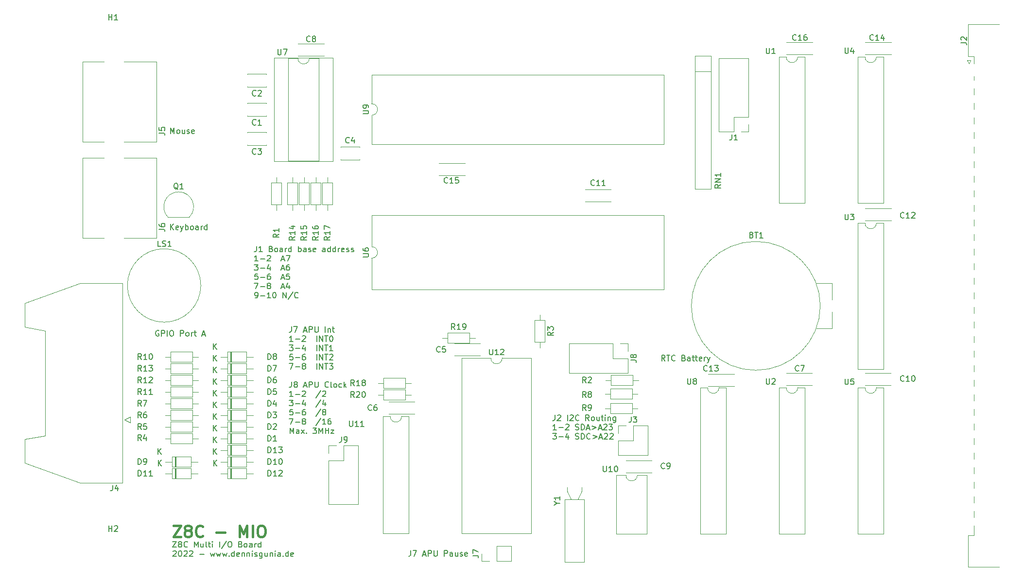
<source format=gbr>
%TF.GenerationSoftware,KiCad,Pcbnew,(6.0.4)*%
%TF.CreationDate,2022-10-24T21:32:19+02:00*%
%TF.ProjectId,Z80-MIO,5a38302d-4d49-44f2-9e6b-696361645f70,rev?*%
%TF.SameCoordinates,Original*%
%TF.FileFunction,Legend,Top*%
%TF.FilePolarity,Positive*%
%FSLAX46Y46*%
G04 Gerber Fmt 4.6, Leading zero omitted, Abs format (unit mm)*
G04 Created by KiCad (PCBNEW (6.0.4)) date 2022-10-24 21:32:19*
%MOMM*%
%LPD*%
G01*
G04 APERTURE LIST*
%ADD10C,0.150000*%
%ADD11C,0.400000*%
%ADD12C,0.100000*%
%ADD13C,0.120000*%
G04 APERTURE END LIST*
D10*
X100624285Y-142962380D02*
X100624285Y-143676666D01*
X100576666Y-143819523D01*
X100481428Y-143914761D01*
X100338571Y-143962380D01*
X100243333Y-143962380D01*
X101005238Y-142962380D02*
X101671904Y-142962380D01*
X101243333Y-143962380D01*
X102767142Y-143676666D02*
X103243333Y-143676666D01*
X102671904Y-143962380D02*
X103005238Y-142962380D01*
X103338571Y-143962380D01*
X103671904Y-143962380D02*
X103671904Y-142962380D01*
X104052857Y-142962380D01*
X104148095Y-143010000D01*
X104195714Y-143057619D01*
X104243333Y-143152857D01*
X104243333Y-143295714D01*
X104195714Y-143390952D01*
X104148095Y-143438571D01*
X104052857Y-143486190D01*
X103671904Y-143486190D01*
X104671904Y-142962380D02*
X104671904Y-143771904D01*
X104719523Y-143867142D01*
X104767142Y-143914761D01*
X104862380Y-143962380D01*
X105052857Y-143962380D01*
X105148095Y-143914761D01*
X105195714Y-143867142D01*
X105243333Y-143771904D01*
X105243333Y-142962380D01*
X106481428Y-143962380D02*
X106481428Y-142962380D01*
X106862380Y-142962380D01*
X106957619Y-143010000D01*
X107005238Y-143057619D01*
X107052857Y-143152857D01*
X107052857Y-143295714D01*
X107005238Y-143390952D01*
X106957619Y-143438571D01*
X106862380Y-143486190D01*
X106481428Y-143486190D01*
X107910000Y-143962380D02*
X107910000Y-143438571D01*
X107862380Y-143343333D01*
X107767142Y-143295714D01*
X107576666Y-143295714D01*
X107481428Y-143343333D01*
X107910000Y-143914761D02*
X107814761Y-143962380D01*
X107576666Y-143962380D01*
X107481428Y-143914761D01*
X107433809Y-143819523D01*
X107433809Y-143724285D01*
X107481428Y-143629047D01*
X107576666Y-143581428D01*
X107814761Y-143581428D01*
X107910000Y-143533809D01*
X108814761Y-143295714D02*
X108814761Y-143962380D01*
X108386190Y-143295714D02*
X108386190Y-143819523D01*
X108433809Y-143914761D01*
X108529047Y-143962380D01*
X108671904Y-143962380D01*
X108767142Y-143914761D01*
X108814761Y-143867142D01*
X109243333Y-143914761D02*
X109338571Y-143962380D01*
X109529047Y-143962380D01*
X109624285Y-143914761D01*
X109671904Y-143819523D01*
X109671904Y-143771904D01*
X109624285Y-143676666D01*
X109529047Y-143629047D01*
X109386190Y-143629047D01*
X109290952Y-143581428D01*
X109243333Y-143486190D01*
X109243333Y-143438571D01*
X109290952Y-143343333D01*
X109386190Y-143295714D01*
X109529047Y-143295714D01*
X109624285Y-143343333D01*
X110481428Y-143914761D02*
X110386190Y-143962380D01*
X110195714Y-143962380D01*
X110100476Y-143914761D01*
X110052857Y-143819523D01*
X110052857Y-143438571D01*
X110100476Y-143343333D01*
X110195714Y-143295714D01*
X110386190Y-143295714D01*
X110481428Y-143343333D01*
X110529047Y-143438571D01*
X110529047Y-143533809D01*
X110052857Y-143629047D01*
X79869309Y-113537380D02*
X79869309Y-114251666D01*
X79821690Y-114394523D01*
X79726452Y-114489761D01*
X79583595Y-114537380D01*
X79488357Y-114537380D01*
X80488357Y-113965952D02*
X80393119Y-113918333D01*
X80345500Y-113870714D01*
X80297880Y-113775476D01*
X80297880Y-113727857D01*
X80345500Y-113632619D01*
X80393119Y-113585000D01*
X80488357Y-113537380D01*
X80678833Y-113537380D01*
X80774071Y-113585000D01*
X80821690Y-113632619D01*
X80869309Y-113727857D01*
X80869309Y-113775476D01*
X80821690Y-113870714D01*
X80774071Y-113918333D01*
X80678833Y-113965952D01*
X80488357Y-113965952D01*
X80393119Y-114013571D01*
X80345500Y-114061190D01*
X80297880Y-114156428D01*
X80297880Y-114346904D01*
X80345500Y-114442142D01*
X80393119Y-114489761D01*
X80488357Y-114537380D01*
X80678833Y-114537380D01*
X80774071Y-114489761D01*
X80821690Y-114442142D01*
X80869309Y-114346904D01*
X80869309Y-114156428D01*
X80821690Y-114061190D01*
X80774071Y-114013571D01*
X80678833Y-113965952D01*
X82012166Y-114251666D02*
X82488357Y-114251666D01*
X81916928Y-114537380D02*
X82250261Y-113537380D01*
X82583595Y-114537380D01*
X82916928Y-114537380D02*
X82916928Y-113537380D01*
X83297880Y-113537380D01*
X83393119Y-113585000D01*
X83440738Y-113632619D01*
X83488357Y-113727857D01*
X83488357Y-113870714D01*
X83440738Y-113965952D01*
X83393119Y-114013571D01*
X83297880Y-114061190D01*
X82916928Y-114061190D01*
X83916928Y-113537380D02*
X83916928Y-114346904D01*
X83964547Y-114442142D01*
X84012166Y-114489761D01*
X84107404Y-114537380D01*
X84297880Y-114537380D01*
X84393119Y-114489761D01*
X84440738Y-114442142D01*
X84488357Y-114346904D01*
X84488357Y-113537380D01*
X86297880Y-114442142D02*
X86250261Y-114489761D01*
X86107404Y-114537380D01*
X86012166Y-114537380D01*
X85869309Y-114489761D01*
X85774071Y-114394523D01*
X85726452Y-114299285D01*
X85678833Y-114108809D01*
X85678833Y-113965952D01*
X85726452Y-113775476D01*
X85774071Y-113680238D01*
X85869309Y-113585000D01*
X86012166Y-113537380D01*
X86107404Y-113537380D01*
X86250261Y-113585000D01*
X86297880Y-113632619D01*
X86869309Y-114537380D02*
X86774071Y-114489761D01*
X86726452Y-114394523D01*
X86726452Y-113537380D01*
X87393119Y-114537380D02*
X87297880Y-114489761D01*
X87250261Y-114442142D01*
X87202642Y-114346904D01*
X87202642Y-114061190D01*
X87250261Y-113965952D01*
X87297880Y-113918333D01*
X87393119Y-113870714D01*
X87535976Y-113870714D01*
X87631214Y-113918333D01*
X87678833Y-113965952D01*
X87726452Y-114061190D01*
X87726452Y-114346904D01*
X87678833Y-114442142D01*
X87631214Y-114489761D01*
X87535976Y-114537380D01*
X87393119Y-114537380D01*
X88583595Y-114489761D02*
X88488357Y-114537380D01*
X88297880Y-114537380D01*
X88202642Y-114489761D01*
X88155023Y-114442142D01*
X88107404Y-114346904D01*
X88107404Y-114061190D01*
X88155023Y-113965952D01*
X88202642Y-113918333D01*
X88297880Y-113870714D01*
X88488357Y-113870714D01*
X88583595Y-113918333D01*
X89012166Y-114537380D02*
X89012166Y-113537380D01*
X89107404Y-114156428D02*
X89393119Y-114537380D01*
X89393119Y-113870714D02*
X89012166Y-114251666D01*
X80107404Y-116147380D02*
X79535976Y-116147380D01*
X79821690Y-116147380D02*
X79821690Y-115147380D01*
X79726452Y-115290238D01*
X79631214Y-115385476D01*
X79535976Y-115433095D01*
X80535976Y-115766428D02*
X81297880Y-115766428D01*
X81726452Y-115242619D02*
X81774071Y-115195000D01*
X81869309Y-115147380D01*
X82107404Y-115147380D01*
X82202642Y-115195000D01*
X82250261Y-115242619D01*
X82297880Y-115337857D01*
X82297880Y-115433095D01*
X82250261Y-115575952D01*
X81678833Y-116147380D01*
X82297880Y-116147380D01*
X84964547Y-115099761D02*
X84107404Y-116385476D01*
X85250261Y-115242619D02*
X85297880Y-115195000D01*
X85393119Y-115147380D01*
X85631214Y-115147380D01*
X85726452Y-115195000D01*
X85774071Y-115242619D01*
X85821690Y-115337857D01*
X85821690Y-115433095D01*
X85774071Y-115575952D01*
X85202642Y-116147380D01*
X85821690Y-116147380D01*
X79488357Y-116757380D02*
X80107404Y-116757380D01*
X79774071Y-117138333D01*
X79916928Y-117138333D01*
X80012166Y-117185952D01*
X80059785Y-117233571D01*
X80107404Y-117328809D01*
X80107404Y-117566904D01*
X80059785Y-117662142D01*
X80012166Y-117709761D01*
X79916928Y-117757380D01*
X79631214Y-117757380D01*
X79535976Y-117709761D01*
X79488357Y-117662142D01*
X80535976Y-117376428D02*
X81297880Y-117376428D01*
X82202642Y-117090714D02*
X82202642Y-117757380D01*
X81964547Y-116709761D02*
X81726452Y-117424047D01*
X82345500Y-117424047D01*
X84964547Y-116709761D02*
X84107404Y-117995476D01*
X85726452Y-117090714D02*
X85726452Y-117757380D01*
X85488357Y-116709761D02*
X85250261Y-117424047D01*
X85869309Y-117424047D01*
X80059785Y-118367380D02*
X79583595Y-118367380D01*
X79535976Y-118843571D01*
X79583595Y-118795952D01*
X79678833Y-118748333D01*
X79916928Y-118748333D01*
X80012166Y-118795952D01*
X80059785Y-118843571D01*
X80107404Y-118938809D01*
X80107404Y-119176904D01*
X80059785Y-119272142D01*
X80012166Y-119319761D01*
X79916928Y-119367380D01*
X79678833Y-119367380D01*
X79583595Y-119319761D01*
X79535976Y-119272142D01*
X80535976Y-118986428D02*
X81297880Y-118986428D01*
X82202642Y-118367380D02*
X82012166Y-118367380D01*
X81916928Y-118415000D01*
X81869309Y-118462619D01*
X81774071Y-118605476D01*
X81726452Y-118795952D01*
X81726452Y-119176904D01*
X81774071Y-119272142D01*
X81821690Y-119319761D01*
X81916928Y-119367380D01*
X82107404Y-119367380D01*
X82202642Y-119319761D01*
X82250261Y-119272142D01*
X82297880Y-119176904D01*
X82297880Y-118938809D01*
X82250261Y-118843571D01*
X82202642Y-118795952D01*
X82107404Y-118748333D01*
X81916928Y-118748333D01*
X81821690Y-118795952D01*
X81774071Y-118843571D01*
X81726452Y-118938809D01*
X84964547Y-118319761D02*
X84107404Y-119605476D01*
X85440738Y-118795952D02*
X85345500Y-118748333D01*
X85297880Y-118700714D01*
X85250261Y-118605476D01*
X85250261Y-118557857D01*
X85297880Y-118462619D01*
X85345500Y-118415000D01*
X85440738Y-118367380D01*
X85631214Y-118367380D01*
X85726452Y-118415000D01*
X85774071Y-118462619D01*
X85821690Y-118557857D01*
X85821690Y-118605476D01*
X85774071Y-118700714D01*
X85726452Y-118748333D01*
X85631214Y-118795952D01*
X85440738Y-118795952D01*
X85345500Y-118843571D01*
X85297880Y-118891190D01*
X85250261Y-118986428D01*
X85250261Y-119176904D01*
X85297880Y-119272142D01*
X85345500Y-119319761D01*
X85440738Y-119367380D01*
X85631214Y-119367380D01*
X85726452Y-119319761D01*
X85774071Y-119272142D01*
X85821690Y-119176904D01*
X85821690Y-118986428D01*
X85774071Y-118891190D01*
X85726452Y-118843571D01*
X85631214Y-118795952D01*
X79488357Y-119977380D02*
X80155023Y-119977380D01*
X79726452Y-120977380D01*
X80535976Y-120596428D02*
X81297880Y-120596428D01*
X81916928Y-120405952D02*
X81821690Y-120358333D01*
X81774071Y-120310714D01*
X81726452Y-120215476D01*
X81726452Y-120167857D01*
X81774071Y-120072619D01*
X81821690Y-120025000D01*
X81916928Y-119977380D01*
X82107404Y-119977380D01*
X82202642Y-120025000D01*
X82250261Y-120072619D01*
X82297880Y-120167857D01*
X82297880Y-120215476D01*
X82250261Y-120310714D01*
X82202642Y-120358333D01*
X82107404Y-120405952D01*
X81916928Y-120405952D01*
X81821690Y-120453571D01*
X81774071Y-120501190D01*
X81726452Y-120596428D01*
X81726452Y-120786904D01*
X81774071Y-120882142D01*
X81821690Y-120929761D01*
X81916928Y-120977380D01*
X82107404Y-120977380D01*
X82202642Y-120929761D01*
X82250261Y-120882142D01*
X82297880Y-120786904D01*
X82297880Y-120596428D01*
X82250261Y-120501190D01*
X82202642Y-120453571D01*
X82107404Y-120405952D01*
X84964547Y-119929761D02*
X84107404Y-121215476D01*
X85821690Y-120977380D02*
X85250261Y-120977380D01*
X85535976Y-120977380D02*
X85535976Y-119977380D01*
X85440738Y-120120238D01*
X85345500Y-120215476D01*
X85250261Y-120263095D01*
X86678833Y-119977380D02*
X86488357Y-119977380D01*
X86393119Y-120025000D01*
X86345500Y-120072619D01*
X86250261Y-120215476D01*
X86202642Y-120405952D01*
X86202642Y-120786904D01*
X86250261Y-120882142D01*
X86297880Y-120929761D01*
X86393119Y-120977380D01*
X86583595Y-120977380D01*
X86678833Y-120929761D01*
X86726452Y-120882142D01*
X86774071Y-120786904D01*
X86774071Y-120548809D01*
X86726452Y-120453571D01*
X86678833Y-120405952D01*
X86583595Y-120358333D01*
X86393119Y-120358333D01*
X86297880Y-120405952D01*
X86250261Y-120453571D01*
X86202642Y-120548809D01*
X79583595Y-122587380D02*
X79583595Y-121587380D01*
X79916928Y-122301666D01*
X80250261Y-121587380D01*
X80250261Y-122587380D01*
X81155023Y-122587380D02*
X81155023Y-122063571D01*
X81107404Y-121968333D01*
X81012166Y-121920714D01*
X80821690Y-121920714D01*
X80726452Y-121968333D01*
X81155023Y-122539761D02*
X81059785Y-122587380D01*
X80821690Y-122587380D01*
X80726452Y-122539761D01*
X80678833Y-122444523D01*
X80678833Y-122349285D01*
X80726452Y-122254047D01*
X80821690Y-122206428D01*
X81059785Y-122206428D01*
X81155023Y-122158809D01*
X81535976Y-122587380D02*
X82059785Y-121920714D01*
X81535976Y-121920714D02*
X82059785Y-122587380D01*
X82440738Y-122492142D02*
X82488357Y-122539761D01*
X82440738Y-122587380D01*
X82393119Y-122539761D01*
X82440738Y-122492142D01*
X82440738Y-122587380D01*
X83583595Y-121587380D02*
X84202642Y-121587380D01*
X83869309Y-121968333D01*
X84012166Y-121968333D01*
X84107404Y-122015952D01*
X84155023Y-122063571D01*
X84202642Y-122158809D01*
X84202642Y-122396904D01*
X84155023Y-122492142D01*
X84107404Y-122539761D01*
X84012166Y-122587380D01*
X83726452Y-122587380D01*
X83631214Y-122539761D01*
X83583595Y-122492142D01*
X84631214Y-122587380D02*
X84631214Y-121587380D01*
X84964547Y-122301666D01*
X85297880Y-121587380D01*
X85297880Y-122587380D01*
X85774071Y-122587380D02*
X85774071Y-121587380D01*
X85774071Y-122063571D02*
X86345500Y-122063571D01*
X86345500Y-122587380D02*
X86345500Y-121587380D01*
X86726452Y-121920714D02*
X87250261Y-121920714D01*
X86726452Y-122587380D01*
X87250261Y-122587380D01*
X58755595Y-70302380D02*
X58755595Y-69302380D01*
X59088928Y-70016666D01*
X59422261Y-69302380D01*
X59422261Y-70302380D01*
X60041309Y-70302380D02*
X59946071Y-70254761D01*
X59898452Y-70207142D01*
X59850833Y-70111904D01*
X59850833Y-69826190D01*
X59898452Y-69730952D01*
X59946071Y-69683333D01*
X60041309Y-69635714D01*
X60184166Y-69635714D01*
X60279404Y-69683333D01*
X60327023Y-69730952D01*
X60374642Y-69826190D01*
X60374642Y-70111904D01*
X60327023Y-70207142D01*
X60279404Y-70254761D01*
X60184166Y-70302380D01*
X60041309Y-70302380D01*
X61231785Y-69635714D02*
X61231785Y-70302380D01*
X60803214Y-69635714D02*
X60803214Y-70159523D01*
X60850833Y-70254761D01*
X60946071Y-70302380D01*
X61088928Y-70302380D01*
X61184166Y-70254761D01*
X61231785Y-70207142D01*
X61660357Y-70254761D02*
X61755595Y-70302380D01*
X61946071Y-70302380D01*
X62041309Y-70254761D01*
X62088928Y-70159523D01*
X62088928Y-70111904D01*
X62041309Y-70016666D01*
X61946071Y-69969047D01*
X61803214Y-69969047D01*
X61707976Y-69921428D01*
X61660357Y-69826190D01*
X61660357Y-69778571D01*
X61707976Y-69683333D01*
X61803214Y-69635714D01*
X61946071Y-69635714D01*
X62041309Y-69683333D01*
X62898452Y-70254761D02*
X62803214Y-70302380D01*
X62612738Y-70302380D01*
X62517500Y-70254761D01*
X62469880Y-70159523D01*
X62469880Y-69778571D01*
X62517500Y-69683333D01*
X62612738Y-69635714D01*
X62803214Y-69635714D01*
X62898452Y-69683333D01*
X62946071Y-69778571D01*
X62946071Y-69873809D01*
X62469880Y-69969047D01*
X73773309Y-89915380D02*
X73773309Y-90629666D01*
X73725690Y-90772523D01*
X73630452Y-90867761D01*
X73487595Y-90915380D01*
X73392357Y-90915380D01*
X74773309Y-90915380D02*
X74201880Y-90915380D01*
X74487595Y-90915380D02*
X74487595Y-89915380D01*
X74392357Y-90058238D01*
X74297119Y-90153476D01*
X74201880Y-90201095D01*
X76297119Y-90391571D02*
X76439976Y-90439190D01*
X76487595Y-90486809D01*
X76535214Y-90582047D01*
X76535214Y-90724904D01*
X76487595Y-90820142D01*
X76439976Y-90867761D01*
X76344738Y-90915380D01*
X75963785Y-90915380D01*
X75963785Y-89915380D01*
X76297119Y-89915380D01*
X76392357Y-89963000D01*
X76439976Y-90010619D01*
X76487595Y-90105857D01*
X76487595Y-90201095D01*
X76439976Y-90296333D01*
X76392357Y-90343952D01*
X76297119Y-90391571D01*
X75963785Y-90391571D01*
X77106642Y-90915380D02*
X77011404Y-90867761D01*
X76963785Y-90820142D01*
X76916166Y-90724904D01*
X76916166Y-90439190D01*
X76963785Y-90343952D01*
X77011404Y-90296333D01*
X77106642Y-90248714D01*
X77249500Y-90248714D01*
X77344738Y-90296333D01*
X77392357Y-90343952D01*
X77439976Y-90439190D01*
X77439976Y-90724904D01*
X77392357Y-90820142D01*
X77344738Y-90867761D01*
X77249500Y-90915380D01*
X77106642Y-90915380D01*
X78297119Y-90915380D02*
X78297119Y-90391571D01*
X78249500Y-90296333D01*
X78154261Y-90248714D01*
X77963785Y-90248714D01*
X77868547Y-90296333D01*
X78297119Y-90867761D02*
X78201880Y-90915380D01*
X77963785Y-90915380D01*
X77868547Y-90867761D01*
X77820928Y-90772523D01*
X77820928Y-90677285D01*
X77868547Y-90582047D01*
X77963785Y-90534428D01*
X78201880Y-90534428D01*
X78297119Y-90486809D01*
X78773309Y-90915380D02*
X78773309Y-90248714D01*
X78773309Y-90439190D02*
X78820928Y-90343952D01*
X78868547Y-90296333D01*
X78963785Y-90248714D01*
X79059023Y-90248714D01*
X79820928Y-90915380D02*
X79820928Y-89915380D01*
X79820928Y-90867761D02*
X79725690Y-90915380D01*
X79535214Y-90915380D01*
X79439976Y-90867761D01*
X79392357Y-90820142D01*
X79344738Y-90724904D01*
X79344738Y-90439190D01*
X79392357Y-90343952D01*
X79439976Y-90296333D01*
X79535214Y-90248714D01*
X79725690Y-90248714D01*
X79820928Y-90296333D01*
X81059023Y-90915380D02*
X81059023Y-89915380D01*
X81059023Y-90296333D02*
X81154261Y-90248714D01*
X81344738Y-90248714D01*
X81439976Y-90296333D01*
X81487595Y-90343952D01*
X81535214Y-90439190D01*
X81535214Y-90724904D01*
X81487595Y-90820142D01*
X81439976Y-90867761D01*
X81344738Y-90915380D01*
X81154261Y-90915380D01*
X81059023Y-90867761D01*
X82392357Y-90915380D02*
X82392357Y-90391571D01*
X82344738Y-90296333D01*
X82249500Y-90248714D01*
X82059023Y-90248714D01*
X81963785Y-90296333D01*
X82392357Y-90867761D02*
X82297119Y-90915380D01*
X82059023Y-90915380D01*
X81963785Y-90867761D01*
X81916166Y-90772523D01*
X81916166Y-90677285D01*
X81963785Y-90582047D01*
X82059023Y-90534428D01*
X82297119Y-90534428D01*
X82392357Y-90486809D01*
X82820928Y-90867761D02*
X82916166Y-90915380D01*
X83106642Y-90915380D01*
X83201880Y-90867761D01*
X83249500Y-90772523D01*
X83249500Y-90724904D01*
X83201880Y-90629666D01*
X83106642Y-90582047D01*
X82963785Y-90582047D01*
X82868547Y-90534428D01*
X82820928Y-90439190D01*
X82820928Y-90391571D01*
X82868547Y-90296333D01*
X82963785Y-90248714D01*
X83106642Y-90248714D01*
X83201880Y-90296333D01*
X84059023Y-90867761D02*
X83963785Y-90915380D01*
X83773309Y-90915380D01*
X83678071Y-90867761D01*
X83630452Y-90772523D01*
X83630452Y-90391571D01*
X83678071Y-90296333D01*
X83773309Y-90248714D01*
X83963785Y-90248714D01*
X84059023Y-90296333D01*
X84106642Y-90391571D01*
X84106642Y-90486809D01*
X83630452Y-90582047D01*
X85725690Y-90915380D02*
X85725690Y-90391571D01*
X85678071Y-90296333D01*
X85582833Y-90248714D01*
X85392357Y-90248714D01*
X85297119Y-90296333D01*
X85725690Y-90867761D02*
X85630452Y-90915380D01*
X85392357Y-90915380D01*
X85297119Y-90867761D01*
X85249500Y-90772523D01*
X85249500Y-90677285D01*
X85297119Y-90582047D01*
X85392357Y-90534428D01*
X85630452Y-90534428D01*
X85725690Y-90486809D01*
X86630452Y-90915380D02*
X86630452Y-89915380D01*
X86630452Y-90867761D02*
X86535214Y-90915380D01*
X86344738Y-90915380D01*
X86249500Y-90867761D01*
X86201880Y-90820142D01*
X86154261Y-90724904D01*
X86154261Y-90439190D01*
X86201880Y-90343952D01*
X86249500Y-90296333D01*
X86344738Y-90248714D01*
X86535214Y-90248714D01*
X86630452Y-90296333D01*
X87535214Y-90915380D02*
X87535214Y-89915380D01*
X87535214Y-90867761D02*
X87439976Y-90915380D01*
X87249500Y-90915380D01*
X87154261Y-90867761D01*
X87106642Y-90820142D01*
X87059023Y-90724904D01*
X87059023Y-90439190D01*
X87106642Y-90343952D01*
X87154261Y-90296333D01*
X87249500Y-90248714D01*
X87439976Y-90248714D01*
X87535214Y-90296333D01*
X88011404Y-90915380D02*
X88011404Y-90248714D01*
X88011404Y-90439190D02*
X88059023Y-90343952D01*
X88106642Y-90296333D01*
X88201880Y-90248714D01*
X88297119Y-90248714D01*
X89011404Y-90867761D02*
X88916166Y-90915380D01*
X88725690Y-90915380D01*
X88630452Y-90867761D01*
X88582833Y-90772523D01*
X88582833Y-90391571D01*
X88630452Y-90296333D01*
X88725690Y-90248714D01*
X88916166Y-90248714D01*
X89011404Y-90296333D01*
X89059023Y-90391571D01*
X89059023Y-90486809D01*
X88582833Y-90582047D01*
X89439976Y-90867761D02*
X89535214Y-90915380D01*
X89725690Y-90915380D01*
X89820928Y-90867761D01*
X89868547Y-90772523D01*
X89868547Y-90724904D01*
X89820928Y-90629666D01*
X89725690Y-90582047D01*
X89582833Y-90582047D01*
X89487595Y-90534428D01*
X89439976Y-90439190D01*
X89439976Y-90391571D01*
X89487595Y-90296333D01*
X89582833Y-90248714D01*
X89725690Y-90248714D01*
X89820928Y-90296333D01*
X90249500Y-90867761D02*
X90344738Y-90915380D01*
X90535214Y-90915380D01*
X90630452Y-90867761D01*
X90678071Y-90772523D01*
X90678071Y-90724904D01*
X90630452Y-90629666D01*
X90535214Y-90582047D01*
X90392357Y-90582047D01*
X90297119Y-90534428D01*
X90249500Y-90439190D01*
X90249500Y-90391571D01*
X90297119Y-90296333D01*
X90392357Y-90248714D01*
X90535214Y-90248714D01*
X90630452Y-90296333D01*
X74011404Y-92525380D02*
X73439976Y-92525380D01*
X73725690Y-92525380D02*
X73725690Y-91525380D01*
X73630452Y-91668238D01*
X73535214Y-91763476D01*
X73439976Y-91811095D01*
X74439976Y-92144428D02*
X75201880Y-92144428D01*
X75630452Y-91620619D02*
X75678071Y-91573000D01*
X75773309Y-91525380D01*
X76011404Y-91525380D01*
X76106642Y-91573000D01*
X76154261Y-91620619D01*
X76201880Y-91715857D01*
X76201880Y-91811095D01*
X76154261Y-91953952D01*
X75582833Y-92525380D01*
X76201880Y-92525380D01*
X78106642Y-92239666D02*
X78582833Y-92239666D01*
X78011404Y-92525380D02*
X78344738Y-91525380D01*
X78678071Y-92525380D01*
X78916166Y-91525380D02*
X79582833Y-91525380D01*
X79154261Y-92525380D01*
X73392357Y-93135380D02*
X74011404Y-93135380D01*
X73678071Y-93516333D01*
X73820928Y-93516333D01*
X73916166Y-93563952D01*
X73963785Y-93611571D01*
X74011404Y-93706809D01*
X74011404Y-93944904D01*
X73963785Y-94040142D01*
X73916166Y-94087761D01*
X73820928Y-94135380D01*
X73535214Y-94135380D01*
X73439976Y-94087761D01*
X73392357Y-94040142D01*
X74439976Y-93754428D02*
X75201880Y-93754428D01*
X76106642Y-93468714D02*
X76106642Y-94135380D01*
X75868547Y-93087761D02*
X75630452Y-93802047D01*
X76249500Y-93802047D01*
X78106642Y-93849666D02*
X78582833Y-93849666D01*
X78011404Y-94135380D02*
X78344738Y-93135380D01*
X78678071Y-94135380D01*
X79439976Y-93135380D02*
X79249500Y-93135380D01*
X79154261Y-93183000D01*
X79106642Y-93230619D01*
X79011404Y-93373476D01*
X78963785Y-93563952D01*
X78963785Y-93944904D01*
X79011404Y-94040142D01*
X79059023Y-94087761D01*
X79154261Y-94135380D01*
X79344738Y-94135380D01*
X79439976Y-94087761D01*
X79487595Y-94040142D01*
X79535214Y-93944904D01*
X79535214Y-93706809D01*
X79487595Y-93611571D01*
X79439976Y-93563952D01*
X79344738Y-93516333D01*
X79154261Y-93516333D01*
X79059023Y-93563952D01*
X79011404Y-93611571D01*
X78963785Y-93706809D01*
X73963785Y-94745380D02*
X73487595Y-94745380D01*
X73439976Y-95221571D01*
X73487595Y-95173952D01*
X73582833Y-95126333D01*
X73820928Y-95126333D01*
X73916166Y-95173952D01*
X73963785Y-95221571D01*
X74011404Y-95316809D01*
X74011404Y-95554904D01*
X73963785Y-95650142D01*
X73916166Y-95697761D01*
X73820928Y-95745380D01*
X73582833Y-95745380D01*
X73487595Y-95697761D01*
X73439976Y-95650142D01*
X74439976Y-95364428D02*
X75201880Y-95364428D01*
X76106642Y-94745380D02*
X75916166Y-94745380D01*
X75820928Y-94793000D01*
X75773309Y-94840619D01*
X75678071Y-94983476D01*
X75630452Y-95173952D01*
X75630452Y-95554904D01*
X75678071Y-95650142D01*
X75725690Y-95697761D01*
X75820928Y-95745380D01*
X76011404Y-95745380D01*
X76106642Y-95697761D01*
X76154261Y-95650142D01*
X76201880Y-95554904D01*
X76201880Y-95316809D01*
X76154261Y-95221571D01*
X76106642Y-95173952D01*
X76011404Y-95126333D01*
X75820928Y-95126333D01*
X75725690Y-95173952D01*
X75678071Y-95221571D01*
X75630452Y-95316809D01*
X78106642Y-95459666D02*
X78582833Y-95459666D01*
X78011404Y-95745380D02*
X78344738Y-94745380D01*
X78678071Y-95745380D01*
X79487595Y-94745380D02*
X79011404Y-94745380D01*
X78963785Y-95221571D01*
X79011404Y-95173952D01*
X79106642Y-95126333D01*
X79344738Y-95126333D01*
X79439976Y-95173952D01*
X79487595Y-95221571D01*
X79535214Y-95316809D01*
X79535214Y-95554904D01*
X79487595Y-95650142D01*
X79439976Y-95697761D01*
X79344738Y-95745380D01*
X79106642Y-95745380D01*
X79011404Y-95697761D01*
X78963785Y-95650142D01*
X73392357Y-96355380D02*
X74059023Y-96355380D01*
X73630452Y-97355380D01*
X74439976Y-96974428D02*
X75201880Y-96974428D01*
X75820928Y-96783952D02*
X75725690Y-96736333D01*
X75678071Y-96688714D01*
X75630452Y-96593476D01*
X75630452Y-96545857D01*
X75678071Y-96450619D01*
X75725690Y-96403000D01*
X75820928Y-96355380D01*
X76011404Y-96355380D01*
X76106642Y-96403000D01*
X76154261Y-96450619D01*
X76201880Y-96545857D01*
X76201880Y-96593476D01*
X76154261Y-96688714D01*
X76106642Y-96736333D01*
X76011404Y-96783952D01*
X75820928Y-96783952D01*
X75725690Y-96831571D01*
X75678071Y-96879190D01*
X75630452Y-96974428D01*
X75630452Y-97164904D01*
X75678071Y-97260142D01*
X75725690Y-97307761D01*
X75820928Y-97355380D01*
X76011404Y-97355380D01*
X76106642Y-97307761D01*
X76154261Y-97260142D01*
X76201880Y-97164904D01*
X76201880Y-96974428D01*
X76154261Y-96879190D01*
X76106642Y-96831571D01*
X76011404Y-96783952D01*
X78106642Y-97069666D02*
X78582833Y-97069666D01*
X78011404Y-97355380D02*
X78344738Y-96355380D01*
X78678071Y-97355380D01*
X79439976Y-96688714D02*
X79439976Y-97355380D01*
X79201880Y-96307761D02*
X78963785Y-97022047D01*
X79582833Y-97022047D01*
X73535214Y-98965380D02*
X73725690Y-98965380D01*
X73820928Y-98917761D01*
X73868547Y-98870142D01*
X73963785Y-98727285D01*
X74011404Y-98536809D01*
X74011404Y-98155857D01*
X73963785Y-98060619D01*
X73916166Y-98013000D01*
X73820928Y-97965380D01*
X73630452Y-97965380D01*
X73535214Y-98013000D01*
X73487595Y-98060619D01*
X73439976Y-98155857D01*
X73439976Y-98393952D01*
X73487595Y-98489190D01*
X73535214Y-98536809D01*
X73630452Y-98584428D01*
X73820928Y-98584428D01*
X73916166Y-98536809D01*
X73963785Y-98489190D01*
X74011404Y-98393952D01*
X74439976Y-98584428D02*
X75201880Y-98584428D01*
X76201880Y-98965380D02*
X75630452Y-98965380D01*
X75916166Y-98965380D02*
X75916166Y-97965380D01*
X75820928Y-98108238D01*
X75725690Y-98203476D01*
X75630452Y-98251095D01*
X76820928Y-97965380D02*
X76916166Y-97965380D01*
X77011404Y-98013000D01*
X77059023Y-98060619D01*
X77106642Y-98155857D01*
X77154261Y-98346333D01*
X77154261Y-98584428D01*
X77106642Y-98774904D01*
X77059023Y-98870142D01*
X77011404Y-98917761D01*
X76916166Y-98965380D01*
X76820928Y-98965380D01*
X76725690Y-98917761D01*
X76678071Y-98870142D01*
X76630452Y-98774904D01*
X76582833Y-98584428D01*
X76582833Y-98346333D01*
X76630452Y-98155857D01*
X76678071Y-98060619D01*
X76725690Y-98013000D01*
X76820928Y-97965380D01*
X78344738Y-98965380D02*
X78344738Y-97965380D01*
X78916166Y-98965380D01*
X78916166Y-97965380D01*
X80106642Y-97917761D02*
X79249500Y-99203476D01*
X81011404Y-98870142D02*
X80963785Y-98917761D01*
X80820928Y-98965380D01*
X80725690Y-98965380D01*
X80582833Y-98917761D01*
X80487595Y-98822523D01*
X80439976Y-98727285D01*
X80392357Y-98536809D01*
X80392357Y-98393952D01*
X80439976Y-98203476D01*
X80487595Y-98108238D01*
X80582833Y-98013000D01*
X80725690Y-97965380D01*
X80820928Y-97965380D01*
X80963785Y-98013000D01*
X81011404Y-98060619D01*
X144925023Y-109926380D02*
X144591690Y-109450190D01*
X144353595Y-109926380D02*
X144353595Y-108926380D01*
X144734547Y-108926380D01*
X144829785Y-108974000D01*
X144877404Y-109021619D01*
X144925023Y-109116857D01*
X144925023Y-109259714D01*
X144877404Y-109354952D01*
X144829785Y-109402571D01*
X144734547Y-109450190D01*
X144353595Y-109450190D01*
X145210738Y-108926380D02*
X145782166Y-108926380D01*
X145496452Y-109926380D02*
X145496452Y-108926380D01*
X146686928Y-109831142D02*
X146639309Y-109878761D01*
X146496452Y-109926380D01*
X146401214Y-109926380D01*
X146258357Y-109878761D01*
X146163119Y-109783523D01*
X146115500Y-109688285D01*
X146067880Y-109497809D01*
X146067880Y-109354952D01*
X146115500Y-109164476D01*
X146163119Y-109069238D01*
X146258357Y-108974000D01*
X146401214Y-108926380D01*
X146496452Y-108926380D01*
X146639309Y-108974000D01*
X146686928Y-109021619D01*
X148210738Y-109402571D02*
X148353595Y-109450190D01*
X148401214Y-109497809D01*
X148448833Y-109593047D01*
X148448833Y-109735904D01*
X148401214Y-109831142D01*
X148353595Y-109878761D01*
X148258357Y-109926380D01*
X147877404Y-109926380D01*
X147877404Y-108926380D01*
X148210738Y-108926380D01*
X148305976Y-108974000D01*
X148353595Y-109021619D01*
X148401214Y-109116857D01*
X148401214Y-109212095D01*
X148353595Y-109307333D01*
X148305976Y-109354952D01*
X148210738Y-109402571D01*
X147877404Y-109402571D01*
X149305976Y-109926380D02*
X149305976Y-109402571D01*
X149258357Y-109307333D01*
X149163119Y-109259714D01*
X148972642Y-109259714D01*
X148877404Y-109307333D01*
X149305976Y-109878761D02*
X149210738Y-109926380D01*
X148972642Y-109926380D01*
X148877404Y-109878761D01*
X148829785Y-109783523D01*
X148829785Y-109688285D01*
X148877404Y-109593047D01*
X148972642Y-109545428D01*
X149210738Y-109545428D01*
X149305976Y-109497809D01*
X149639309Y-109259714D02*
X150020261Y-109259714D01*
X149782166Y-108926380D02*
X149782166Y-109783523D01*
X149829785Y-109878761D01*
X149925023Y-109926380D01*
X150020261Y-109926380D01*
X150210738Y-109259714D02*
X150591690Y-109259714D01*
X150353595Y-108926380D02*
X150353595Y-109783523D01*
X150401214Y-109878761D01*
X150496452Y-109926380D01*
X150591690Y-109926380D01*
X151305976Y-109878761D02*
X151210738Y-109926380D01*
X151020261Y-109926380D01*
X150925023Y-109878761D01*
X150877404Y-109783523D01*
X150877404Y-109402571D01*
X150925023Y-109307333D01*
X151020261Y-109259714D01*
X151210738Y-109259714D01*
X151305976Y-109307333D01*
X151353595Y-109402571D01*
X151353595Y-109497809D01*
X150877404Y-109593047D01*
X151782166Y-109926380D02*
X151782166Y-109259714D01*
X151782166Y-109450190D02*
X151829785Y-109354952D01*
X151877404Y-109307333D01*
X151972642Y-109259714D01*
X152067880Y-109259714D01*
X152305976Y-109259714D02*
X152544071Y-109926380D01*
X152782166Y-109259714D02*
X152544071Y-109926380D01*
X152448833Y-110164476D01*
X152401214Y-110212095D01*
X152305976Y-110259714D01*
X56739404Y-104656000D02*
X56644166Y-104608380D01*
X56501309Y-104608380D01*
X56358452Y-104656000D01*
X56263214Y-104751238D01*
X56215595Y-104846476D01*
X56167976Y-105036952D01*
X56167976Y-105179809D01*
X56215595Y-105370285D01*
X56263214Y-105465523D01*
X56358452Y-105560761D01*
X56501309Y-105608380D01*
X56596547Y-105608380D01*
X56739404Y-105560761D01*
X56787023Y-105513142D01*
X56787023Y-105179809D01*
X56596547Y-105179809D01*
X57215595Y-105608380D02*
X57215595Y-104608380D01*
X57596547Y-104608380D01*
X57691785Y-104656000D01*
X57739404Y-104703619D01*
X57787023Y-104798857D01*
X57787023Y-104941714D01*
X57739404Y-105036952D01*
X57691785Y-105084571D01*
X57596547Y-105132190D01*
X57215595Y-105132190D01*
X58215595Y-105608380D02*
X58215595Y-104608380D01*
X58882261Y-104608380D02*
X59072738Y-104608380D01*
X59167976Y-104656000D01*
X59263214Y-104751238D01*
X59310833Y-104941714D01*
X59310833Y-105275047D01*
X59263214Y-105465523D01*
X59167976Y-105560761D01*
X59072738Y-105608380D01*
X58882261Y-105608380D01*
X58787023Y-105560761D01*
X58691785Y-105465523D01*
X58644166Y-105275047D01*
X58644166Y-104941714D01*
X58691785Y-104751238D01*
X58787023Y-104656000D01*
X58882261Y-104608380D01*
X60501309Y-105608380D02*
X60501309Y-104608380D01*
X60882261Y-104608380D01*
X60977500Y-104656000D01*
X61025119Y-104703619D01*
X61072738Y-104798857D01*
X61072738Y-104941714D01*
X61025119Y-105036952D01*
X60977500Y-105084571D01*
X60882261Y-105132190D01*
X60501309Y-105132190D01*
X61644166Y-105608380D02*
X61548928Y-105560761D01*
X61501309Y-105513142D01*
X61453690Y-105417904D01*
X61453690Y-105132190D01*
X61501309Y-105036952D01*
X61548928Y-104989333D01*
X61644166Y-104941714D01*
X61787023Y-104941714D01*
X61882261Y-104989333D01*
X61929880Y-105036952D01*
X61977500Y-105132190D01*
X61977500Y-105417904D01*
X61929880Y-105513142D01*
X61882261Y-105560761D01*
X61787023Y-105608380D01*
X61644166Y-105608380D01*
X62406071Y-105608380D02*
X62406071Y-104941714D01*
X62406071Y-105132190D02*
X62453690Y-105036952D01*
X62501309Y-104989333D01*
X62596547Y-104941714D01*
X62691785Y-104941714D01*
X62882261Y-104941714D02*
X63263214Y-104941714D01*
X63025119Y-104608380D02*
X63025119Y-105465523D01*
X63072738Y-105560761D01*
X63167976Y-105608380D01*
X63263214Y-105608380D01*
X64310833Y-105322666D02*
X64787023Y-105322666D01*
X64215595Y-105608380D02*
X64548928Y-104608380D01*
X64882261Y-105608380D01*
X125757320Y-119340369D02*
X125757320Y-120054655D01*
X125709701Y-120197512D01*
X125614463Y-120292750D01*
X125471606Y-120340369D01*
X125376368Y-120340369D01*
X126185891Y-119435608D02*
X126233511Y-119387989D01*
X126328749Y-119340369D01*
X126566844Y-119340369D01*
X126662082Y-119387989D01*
X126709701Y-119435608D01*
X126757320Y-119530846D01*
X126757320Y-119626084D01*
X126709701Y-119768941D01*
X126138272Y-120340369D01*
X126757320Y-120340369D01*
X127947796Y-120340369D02*
X127947796Y-119340369D01*
X128376368Y-119435608D02*
X128423987Y-119387989D01*
X128519225Y-119340369D01*
X128757320Y-119340369D01*
X128852558Y-119387989D01*
X128900177Y-119435608D01*
X128947796Y-119530846D01*
X128947796Y-119626084D01*
X128900177Y-119768941D01*
X128328749Y-120340369D01*
X128947796Y-120340369D01*
X129947796Y-120245131D02*
X129900177Y-120292750D01*
X129757320Y-120340369D01*
X129662082Y-120340369D01*
X129519225Y-120292750D01*
X129423987Y-120197512D01*
X129376368Y-120102274D01*
X129328749Y-119911798D01*
X129328749Y-119768941D01*
X129376368Y-119578465D01*
X129423987Y-119483227D01*
X129519225Y-119387989D01*
X129662082Y-119340369D01*
X129757320Y-119340369D01*
X129900177Y-119387989D01*
X129947796Y-119435608D01*
X131709701Y-120340369D02*
X131376368Y-119864179D01*
X131138272Y-120340369D02*
X131138272Y-119340369D01*
X131519225Y-119340369D01*
X131614463Y-119387989D01*
X131662082Y-119435608D01*
X131709701Y-119530846D01*
X131709701Y-119673703D01*
X131662082Y-119768941D01*
X131614463Y-119816560D01*
X131519225Y-119864179D01*
X131138272Y-119864179D01*
X132281130Y-120340369D02*
X132185891Y-120292750D01*
X132138272Y-120245131D01*
X132090653Y-120149893D01*
X132090653Y-119864179D01*
X132138272Y-119768941D01*
X132185891Y-119721322D01*
X132281130Y-119673703D01*
X132423987Y-119673703D01*
X132519225Y-119721322D01*
X132566844Y-119768941D01*
X132614463Y-119864179D01*
X132614463Y-120149893D01*
X132566844Y-120245131D01*
X132519225Y-120292750D01*
X132423987Y-120340369D01*
X132281130Y-120340369D01*
X133471606Y-119673703D02*
X133471606Y-120340369D01*
X133043034Y-119673703D02*
X133043034Y-120197512D01*
X133090653Y-120292750D01*
X133185891Y-120340369D01*
X133328749Y-120340369D01*
X133423987Y-120292750D01*
X133471606Y-120245131D01*
X133804939Y-119673703D02*
X134185891Y-119673703D01*
X133947796Y-119340369D02*
X133947796Y-120197512D01*
X133995415Y-120292750D01*
X134090653Y-120340369D01*
X134185891Y-120340369D01*
X134519225Y-120340369D02*
X134519225Y-119673703D01*
X134519225Y-119340369D02*
X134471606Y-119387989D01*
X134519225Y-119435608D01*
X134566844Y-119387989D01*
X134519225Y-119340369D01*
X134519225Y-119435608D01*
X134995415Y-119673703D02*
X134995415Y-120340369D01*
X134995415Y-119768941D02*
X135043034Y-119721322D01*
X135138272Y-119673703D01*
X135281130Y-119673703D01*
X135376368Y-119721322D01*
X135423987Y-119816560D01*
X135423987Y-120340369D01*
X136328749Y-119673703D02*
X136328749Y-120483227D01*
X136281130Y-120578465D01*
X136233511Y-120626084D01*
X136138272Y-120673703D01*
X135995415Y-120673703D01*
X135900177Y-120626084D01*
X136328749Y-120292750D02*
X136233511Y-120340369D01*
X136043034Y-120340369D01*
X135947796Y-120292750D01*
X135900177Y-120245131D01*
X135852558Y-120149893D01*
X135852558Y-119864179D01*
X135900177Y-119768941D01*
X135947796Y-119721322D01*
X136043034Y-119673703D01*
X136233511Y-119673703D01*
X136328749Y-119721322D01*
X125995415Y-121950369D02*
X125423987Y-121950369D01*
X125709701Y-121950369D02*
X125709701Y-120950369D01*
X125614463Y-121093227D01*
X125519225Y-121188465D01*
X125423987Y-121236084D01*
X126423987Y-121569417D02*
X127185891Y-121569417D01*
X127614463Y-121045608D02*
X127662082Y-120997989D01*
X127757320Y-120950369D01*
X127995415Y-120950369D01*
X128090653Y-120997989D01*
X128138272Y-121045608D01*
X128185891Y-121140846D01*
X128185891Y-121236084D01*
X128138272Y-121378941D01*
X127566844Y-121950369D01*
X128185891Y-121950369D01*
X129328749Y-121902750D02*
X129471606Y-121950369D01*
X129709701Y-121950369D01*
X129804939Y-121902750D01*
X129852558Y-121855131D01*
X129900177Y-121759893D01*
X129900177Y-121664655D01*
X129852558Y-121569417D01*
X129804939Y-121521798D01*
X129709701Y-121474179D01*
X129519225Y-121426560D01*
X129423987Y-121378941D01*
X129376368Y-121331322D01*
X129328749Y-121236084D01*
X129328749Y-121140846D01*
X129376368Y-121045608D01*
X129423987Y-120997989D01*
X129519225Y-120950369D01*
X129757320Y-120950369D01*
X129900177Y-120997989D01*
X130328749Y-121950369D02*
X130328749Y-120950369D01*
X130566844Y-120950369D01*
X130709701Y-120997989D01*
X130804939Y-121093227D01*
X130852558Y-121188465D01*
X130900177Y-121378941D01*
X130900177Y-121521798D01*
X130852558Y-121712274D01*
X130804939Y-121807512D01*
X130709701Y-121902750D01*
X130566844Y-121950369D01*
X130328749Y-121950369D01*
X131281130Y-121664655D02*
X131757320Y-121664655D01*
X131185891Y-121950369D02*
X131519225Y-120950369D01*
X131852558Y-121950369D01*
X132185891Y-121283703D02*
X132947796Y-121569417D01*
X132185891Y-121855131D01*
X133376368Y-121664655D02*
X133852558Y-121664655D01*
X133281130Y-121950369D02*
X133614463Y-120950369D01*
X133947796Y-121950369D01*
X134233511Y-121045608D02*
X134281130Y-120997989D01*
X134376368Y-120950369D01*
X134614463Y-120950369D01*
X134709701Y-120997989D01*
X134757320Y-121045608D01*
X134804939Y-121140846D01*
X134804939Y-121236084D01*
X134757320Y-121378941D01*
X134185891Y-121950369D01*
X134804939Y-121950369D01*
X135138272Y-120950369D02*
X135757320Y-120950369D01*
X135423987Y-121331322D01*
X135566844Y-121331322D01*
X135662082Y-121378941D01*
X135709701Y-121426560D01*
X135757320Y-121521798D01*
X135757320Y-121759893D01*
X135709701Y-121855131D01*
X135662082Y-121902750D01*
X135566844Y-121950369D01*
X135281130Y-121950369D01*
X135185891Y-121902750D01*
X135138272Y-121855131D01*
X125376368Y-122560369D02*
X125995415Y-122560369D01*
X125662082Y-122941322D01*
X125804939Y-122941322D01*
X125900177Y-122988941D01*
X125947796Y-123036560D01*
X125995415Y-123131798D01*
X125995415Y-123369893D01*
X125947796Y-123465131D01*
X125900177Y-123512750D01*
X125804939Y-123560369D01*
X125519225Y-123560369D01*
X125423987Y-123512750D01*
X125376368Y-123465131D01*
X126423987Y-123179417D02*
X127185891Y-123179417D01*
X128090653Y-122893703D02*
X128090653Y-123560369D01*
X127852558Y-122512750D02*
X127614463Y-123227036D01*
X128233511Y-123227036D01*
X129328749Y-123512750D02*
X129471606Y-123560369D01*
X129709701Y-123560369D01*
X129804939Y-123512750D01*
X129852558Y-123465131D01*
X129900177Y-123369893D01*
X129900177Y-123274655D01*
X129852558Y-123179417D01*
X129804939Y-123131798D01*
X129709701Y-123084179D01*
X129519225Y-123036560D01*
X129423987Y-122988941D01*
X129376368Y-122941322D01*
X129328749Y-122846084D01*
X129328749Y-122750846D01*
X129376368Y-122655608D01*
X129423987Y-122607989D01*
X129519225Y-122560369D01*
X129757320Y-122560369D01*
X129900177Y-122607989D01*
X130328749Y-123560369D02*
X130328749Y-122560369D01*
X130566844Y-122560369D01*
X130709701Y-122607989D01*
X130804939Y-122703227D01*
X130852558Y-122798465D01*
X130900177Y-122988941D01*
X130900177Y-123131798D01*
X130852558Y-123322274D01*
X130804939Y-123417512D01*
X130709701Y-123512750D01*
X130566844Y-123560369D01*
X130328749Y-123560369D01*
X131900177Y-123465131D02*
X131852558Y-123512750D01*
X131709701Y-123560369D01*
X131614463Y-123560369D01*
X131471606Y-123512750D01*
X131376368Y-123417512D01*
X131328749Y-123322274D01*
X131281130Y-123131798D01*
X131281130Y-122988941D01*
X131328749Y-122798465D01*
X131376368Y-122703227D01*
X131471606Y-122607989D01*
X131614463Y-122560369D01*
X131709701Y-122560369D01*
X131852558Y-122607989D01*
X131900177Y-122655608D01*
X132328749Y-122893703D02*
X133090653Y-123179417D01*
X132328749Y-123465131D01*
X133519225Y-123274655D02*
X133995415Y-123274655D01*
X133423987Y-123560369D02*
X133757320Y-122560369D01*
X134090653Y-123560369D01*
X134376368Y-122655608D02*
X134423987Y-122607989D01*
X134519225Y-122560369D01*
X134757320Y-122560369D01*
X134852558Y-122607989D01*
X134900177Y-122655608D01*
X134947796Y-122750846D01*
X134947796Y-122846084D01*
X134900177Y-122988941D01*
X134328749Y-123560369D01*
X134947796Y-123560369D01*
X135328749Y-122655608D02*
X135376368Y-122607989D01*
X135471606Y-122560369D01*
X135709701Y-122560369D01*
X135804939Y-122607989D01*
X135852558Y-122655608D01*
X135900177Y-122750846D01*
X135900177Y-122846084D01*
X135852558Y-122988941D01*
X135281130Y-123560369D01*
X135900177Y-123560369D01*
X58755595Y-87066380D02*
X58755595Y-86066380D01*
X59327023Y-87066380D02*
X58898452Y-86494952D01*
X59327023Y-86066380D02*
X58755595Y-86637809D01*
X60136547Y-87018761D02*
X60041309Y-87066380D01*
X59850833Y-87066380D01*
X59755595Y-87018761D01*
X59707976Y-86923523D01*
X59707976Y-86542571D01*
X59755595Y-86447333D01*
X59850833Y-86399714D01*
X60041309Y-86399714D01*
X60136547Y-86447333D01*
X60184166Y-86542571D01*
X60184166Y-86637809D01*
X59707976Y-86733047D01*
X60517500Y-86399714D02*
X60755595Y-87066380D01*
X60993690Y-86399714D02*
X60755595Y-87066380D01*
X60660357Y-87304476D01*
X60612738Y-87352095D01*
X60517500Y-87399714D01*
X61374642Y-87066380D02*
X61374642Y-86066380D01*
X61374642Y-86447333D02*
X61469880Y-86399714D01*
X61660357Y-86399714D01*
X61755595Y-86447333D01*
X61803214Y-86494952D01*
X61850833Y-86590190D01*
X61850833Y-86875904D01*
X61803214Y-86971142D01*
X61755595Y-87018761D01*
X61660357Y-87066380D01*
X61469880Y-87066380D01*
X61374642Y-87018761D01*
X62422261Y-87066380D02*
X62327023Y-87018761D01*
X62279404Y-86971142D01*
X62231785Y-86875904D01*
X62231785Y-86590190D01*
X62279404Y-86494952D01*
X62327023Y-86447333D01*
X62422261Y-86399714D01*
X62565119Y-86399714D01*
X62660357Y-86447333D01*
X62707976Y-86494952D01*
X62755595Y-86590190D01*
X62755595Y-86875904D01*
X62707976Y-86971142D01*
X62660357Y-87018761D01*
X62565119Y-87066380D01*
X62422261Y-87066380D01*
X63612738Y-87066380D02*
X63612738Y-86542571D01*
X63565119Y-86447333D01*
X63469880Y-86399714D01*
X63279404Y-86399714D01*
X63184166Y-86447333D01*
X63612738Y-87018761D02*
X63517500Y-87066380D01*
X63279404Y-87066380D01*
X63184166Y-87018761D01*
X63136547Y-86923523D01*
X63136547Y-86828285D01*
X63184166Y-86733047D01*
X63279404Y-86685428D01*
X63517500Y-86685428D01*
X63612738Y-86637809D01*
X64088928Y-87066380D02*
X64088928Y-86399714D01*
X64088928Y-86590190D02*
X64136547Y-86494952D01*
X64184166Y-86447333D01*
X64279404Y-86399714D01*
X64374642Y-86399714D01*
X65136547Y-87066380D02*
X65136547Y-86066380D01*
X65136547Y-87018761D02*
X65041309Y-87066380D01*
X64850833Y-87066380D01*
X64755595Y-87018761D01*
X64707976Y-86971142D01*
X64660357Y-86875904D01*
X64660357Y-86590190D01*
X64707976Y-86494952D01*
X64755595Y-86447333D01*
X64850833Y-86399714D01*
X65041309Y-86399714D01*
X65136547Y-86447333D01*
X79869309Y-103928380D02*
X79869309Y-104642666D01*
X79821690Y-104785523D01*
X79726452Y-104880761D01*
X79583595Y-104928380D01*
X79488357Y-104928380D01*
X80250261Y-103928380D02*
X80916928Y-103928380D01*
X80488357Y-104928380D01*
X82012166Y-104642666D02*
X82488357Y-104642666D01*
X81916928Y-104928380D02*
X82250261Y-103928380D01*
X82583595Y-104928380D01*
X82916928Y-104928380D02*
X82916928Y-103928380D01*
X83297880Y-103928380D01*
X83393119Y-103976000D01*
X83440738Y-104023619D01*
X83488357Y-104118857D01*
X83488357Y-104261714D01*
X83440738Y-104356952D01*
X83393119Y-104404571D01*
X83297880Y-104452190D01*
X82916928Y-104452190D01*
X83916928Y-103928380D02*
X83916928Y-104737904D01*
X83964547Y-104833142D01*
X84012166Y-104880761D01*
X84107404Y-104928380D01*
X84297880Y-104928380D01*
X84393119Y-104880761D01*
X84440738Y-104833142D01*
X84488357Y-104737904D01*
X84488357Y-103928380D01*
X85726452Y-104928380D02*
X85726452Y-103928380D01*
X86202642Y-104261714D02*
X86202642Y-104928380D01*
X86202642Y-104356952D02*
X86250261Y-104309333D01*
X86345500Y-104261714D01*
X86488357Y-104261714D01*
X86583595Y-104309333D01*
X86631214Y-104404571D01*
X86631214Y-104928380D01*
X86964547Y-104261714D02*
X87345500Y-104261714D01*
X87107404Y-103928380D02*
X87107404Y-104785523D01*
X87155023Y-104880761D01*
X87250261Y-104928380D01*
X87345500Y-104928380D01*
X80107404Y-106538380D02*
X79535976Y-106538380D01*
X79821690Y-106538380D02*
X79821690Y-105538380D01*
X79726452Y-105681238D01*
X79631214Y-105776476D01*
X79535976Y-105824095D01*
X80535976Y-106157428D02*
X81297880Y-106157428D01*
X81726452Y-105633619D02*
X81774071Y-105586000D01*
X81869309Y-105538380D01*
X82107404Y-105538380D01*
X82202642Y-105586000D01*
X82250261Y-105633619D01*
X82297880Y-105728857D01*
X82297880Y-105824095D01*
X82250261Y-105966952D01*
X81678833Y-106538380D01*
X82297880Y-106538380D01*
X84250261Y-106538380D02*
X84250261Y-105538380D01*
X84726452Y-106538380D02*
X84726452Y-105538380D01*
X85297880Y-106538380D01*
X85297880Y-105538380D01*
X85631214Y-105538380D02*
X86202642Y-105538380D01*
X85916928Y-106538380D02*
X85916928Y-105538380D01*
X86726452Y-105538380D02*
X86821690Y-105538380D01*
X86916928Y-105586000D01*
X86964547Y-105633619D01*
X87012166Y-105728857D01*
X87059785Y-105919333D01*
X87059785Y-106157428D01*
X87012166Y-106347904D01*
X86964547Y-106443142D01*
X86916928Y-106490761D01*
X86821690Y-106538380D01*
X86726452Y-106538380D01*
X86631214Y-106490761D01*
X86583595Y-106443142D01*
X86535976Y-106347904D01*
X86488357Y-106157428D01*
X86488357Y-105919333D01*
X86535976Y-105728857D01*
X86583595Y-105633619D01*
X86631214Y-105586000D01*
X86726452Y-105538380D01*
X79488357Y-107148380D02*
X80107404Y-107148380D01*
X79774071Y-107529333D01*
X79916928Y-107529333D01*
X80012166Y-107576952D01*
X80059785Y-107624571D01*
X80107404Y-107719809D01*
X80107404Y-107957904D01*
X80059785Y-108053142D01*
X80012166Y-108100761D01*
X79916928Y-108148380D01*
X79631214Y-108148380D01*
X79535976Y-108100761D01*
X79488357Y-108053142D01*
X80535976Y-107767428D02*
X81297880Y-107767428D01*
X82202642Y-107481714D02*
X82202642Y-108148380D01*
X81964547Y-107100761D02*
X81726452Y-107815047D01*
X82345500Y-107815047D01*
X84250261Y-108148380D02*
X84250261Y-107148380D01*
X84726452Y-108148380D02*
X84726452Y-107148380D01*
X85297880Y-108148380D01*
X85297880Y-107148380D01*
X85631214Y-107148380D02*
X86202642Y-107148380D01*
X85916928Y-108148380D02*
X85916928Y-107148380D01*
X87059785Y-108148380D02*
X86488357Y-108148380D01*
X86774071Y-108148380D02*
X86774071Y-107148380D01*
X86678833Y-107291238D01*
X86583595Y-107386476D01*
X86488357Y-107434095D01*
X80059785Y-108758380D02*
X79583595Y-108758380D01*
X79535976Y-109234571D01*
X79583595Y-109186952D01*
X79678833Y-109139333D01*
X79916928Y-109139333D01*
X80012166Y-109186952D01*
X80059785Y-109234571D01*
X80107404Y-109329809D01*
X80107404Y-109567904D01*
X80059785Y-109663142D01*
X80012166Y-109710761D01*
X79916928Y-109758380D01*
X79678833Y-109758380D01*
X79583595Y-109710761D01*
X79535976Y-109663142D01*
X80535976Y-109377428D02*
X81297880Y-109377428D01*
X82202642Y-108758380D02*
X82012166Y-108758380D01*
X81916928Y-108806000D01*
X81869309Y-108853619D01*
X81774071Y-108996476D01*
X81726452Y-109186952D01*
X81726452Y-109567904D01*
X81774071Y-109663142D01*
X81821690Y-109710761D01*
X81916928Y-109758380D01*
X82107404Y-109758380D01*
X82202642Y-109710761D01*
X82250261Y-109663142D01*
X82297880Y-109567904D01*
X82297880Y-109329809D01*
X82250261Y-109234571D01*
X82202642Y-109186952D01*
X82107404Y-109139333D01*
X81916928Y-109139333D01*
X81821690Y-109186952D01*
X81774071Y-109234571D01*
X81726452Y-109329809D01*
X84250261Y-109758380D02*
X84250261Y-108758380D01*
X84726452Y-109758380D02*
X84726452Y-108758380D01*
X85297880Y-109758380D01*
X85297880Y-108758380D01*
X85631214Y-108758380D02*
X86202642Y-108758380D01*
X85916928Y-109758380D02*
X85916928Y-108758380D01*
X86488357Y-108853619D02*
X86535976Y-108806000D01*
X86631214Y-108758380D01*
X86869309Y-108758380D01*
X86964547Y-108806000D01*
X87012166Y-108853619D01*
X87059785Y-108948857D01*
X87059785Y-109044095D01*
X87012166Y-109186952D01*
X86440738Y-109758380D01*
X87059785Y-109758380D01*
X79488357Y-110368380D02*
X80155023Y-110368380D01*
X79726452Y-111368380D01*
X80535976Y-110987428D02*
X81297880Y-110987428D01*
X81916928Y-110796952D02*
X81821690Y-110749333D01*
X81774071Y-110701714D01*
X81726452Y-110606476D01*
X81726452Y-110558857D01*
X81774071Y-110463619D01*
X81821690Y-110416000D01*
X81916928Y-110368380D01*
X82107404Y-110368380D01*
X82202642Y-110416000D01*
X82250261Y-110463619D01*
X82297880Y-110558857D01*
X82297880Y-110606476D01*
X82250261Y-110701714D01*
X82202642Y-110749333D01*
X82107404Y-110796952D01*
X81916928Y-110796952D01*
X81821690Y-110844571D01*
X81774071Y-110892190D01*
X81726452Y-110987428D01*
X81726452Y-111177904D01*
X81774071Y-111273142D01*
X81821690Y-111320761D01*
X81916928Y-111368380D01*
X82107404Y-111368380D01*
X82202642Y-111320761D01*
X82250261Y-111273142D01*
X82297880Y-111177904D01*
X82297880Y-110987428D01*
X82250261Y-110892190D01*
X82202642Y-110844571D01*
X82107404Y-110796952D01*
X84250261Y-111368380D02*
X84250261Y-110368380D01*
X84726452Y-111368380D02*
X84726452Y-110368380D01*
X85297880Y-111368380D01*
X85297880Y-110368380D01*
X85631214Y-110368380D02*
X86202642Y-110368380D01*
X85916928Y-111368380D02*
X85916928Y-110368380D01*
X86440738Y-110368380D02*
X87059785Y-110368380D01*
X86726452Y-110749333D01*
X86869309Y-110749333D01*
X86964547Y-110796952D01*
X87012166Y-110844571D01*
X87059785Y-110939809D01*
X87059785Y-111177904D01*
X87012166Y-111273142D01*
X86964547Y-111320761D01*
X86869309Y-111368380D01*
X86583595Y-111368380D01*
X86488357Y-111320761D01*
X86440738Y-111273142D01*
X59168357Y-141395380D02*
X59835023Y-141395380D01*
X59168357Y-142395380D01*
X59835023Y-142395380D01*
X60358833Y-141823952D02*
X60263595Y-141776333D01*
X60215976Y-141728714D01*
X60168357Y-141633476D01*
X60168357Y-141585857D01*
X60215976Y-141490619D01*
X60263595Y-141443000D01*
X60358833Y-141395380D01*
X60549309Y-141395380D01*
X60644547Y-141443000D01*
X60692166Y-141490619D01*
X60739785Y-141585857D01*
X60739785Y-141633476D01*
X60692166Y-141728714D01*
X60644547Y-141776333D01*
X60549309Y-141823952D01*
X60358833Y-141823952D01*
X60263595Y-141871571D01*
X60215976Y-141919190D01*
X60168357Y-142014428D01*
X60168357Y-142204904D01*
X60215976Y-142300142D01*
X60263595Y-142347761D01*
X60358833Y-142395380D01*
X60549309Y-142395380D01*
X60644547Y-142347761D01*
X60692166Y-142300142D01*
X60739785Y-142204904D01*
X60739785Y-142014428D01*
X60692166Y-141919190D01*
X60644547Y-141871571D01*
X60549309Y-141823952D01*
X61739785Y-142300142D02*
X61692166Y-142347761D01*
X61549309Y-142395380D01*
X61454071Y-142395380D01*
X61311214Y-142347761D01*
X61215976Y-142252523D01*
X61168357Y-142157285D01*
X61120738Y-141966809D01*
X61120738Y-141823952D01*
X61168357Y-141633476D01*
X61215976Y-141538238D01*
X61311214Y-141443000D01*
X61454071Y-141395380D01*
X61549309Y-141395380D01*
X61692166Y-141443000D01*
X61739785Y-141490619D01*
X62930261Y-142395380D02*
X62930261Y-141395380D01*
X63263595Y-142109666D01*
X63596928Y-141395380D01*
X63596928Y-142395380D01*
X64501690Y-141728714D02*
X64501690Y-142395380D01*
X64073119Y-141728714D02*
X64073119Y-142252523D01*
X64120738Y-142347761D01*
X64215976Y-142395380D01*
X64358833Y-142395380D01*
X64454071Y-142347761D01*
X64501690Y-142300142D01*
X65120738Y-142395380D02*
X65025500Y-142347761D01*
X64977880Y-142252523D01*
X64977880Y-141395380D01*
X65358833Y-141728714D02*
X65739785Y-141728714D01*
X65501690Y-141395380D02*
X65501690Y-142252523D01*
X65549309Y-142347761D01*
X65644547Y-142395380D01*
X65739785Y-142395380D01*
X66073119Y-142395380D02*
X66073119Y-141728714D01*
X66073119Y-141395380D02*
X66025500Y-141443000D01*
X66073119Y-141490619D01*
X66120738Y-141443000D01*
X66073119Y-141395380D01*
X66073119Y-141490619D01*
X67311214Y-142395380D02*
X67311214Y-141395380D01*
X68501690Y-141347761D02*
X67644547Y-142633476D01*
X69025500Y-141395380D02*
X69215976Y-141395380D01*
X69311214Y-141443000D01*
X69406452Y-141538238D01*
X69454071Y-141728714D01*
X69454071Y-142062047D01*
X69406452Y-142252523D01*
X69311214Y-142347761D01*
X69215976Y-142395380D01*
X69025500Y-142395380D01*
X68930261Y-142347761D01*
X68835023Y-142252523D01*
X68787404Y-142062047D01*
X68787404Y-141728714D01*
X68835023Y-141538238D01*
X68930261Y-141443000D01*
X69025500Y-141395380D01*
X70977880Y-141871571D02*
X71120738Y-141919190D01*
X71168357Y-141966809D01*
X71215976Y-142062047D01*
X71215976Y-142204904D01*
X71168357Y-142300142D01*
X71120738Y-142347761D01*
X71025500Y-142395380D01*
X70644547Y-142395380D01*
X70644547Y-141395380D01*
X70977880Y-141395380D01*
X71073119Y-141443000D01*
X71120738Y-141490619D01*
X71168357Y-141585857D01*
X71168357Y-141681095D01*
X71120738Y-141776333D01*
X71073119Y-141823952D01*
X70977880Y-141871571D01*
X70644547Y-141871571D01*
X71787404Y-142395380D02*
X71692166Y-142347761D01*
X71644547Y-142300142D01*
X71596928Y-142204904D01*
X71596928Y-141919190D01*
X71644547Y-141823952D01*
X71692166Y-141776333D01*
X71787404Y-141728714D01*
X71930261Y-141728714D01*
X72025500Y-141776333D01*
X72073119Y-141823952D01*
X72120738Y-141919190D01*
X72120738Y-142204904D01*
X72073119Y-142300142D01*
X72025500Y-142347761D01*
X71930261Y-142395380D01*
X71787404Y-142395380D01*
X72977880Y-142395380D02*
X72977880Y-141871571D01*
X72930261Y-141776333D01*
X72835023Y-141728714D01*
X72644547Y-141728714D01*
X72549309Y-141776333D01*
X72977880Y-142347761D02*
X72882642Y-142395380D01*
X72644547Y-142395380D01*
X72549309Y-142347761D01*
X72501690Y-142252523D01*
X72501690Y-142157285D01*
X72549309Y-142062047D01*
X72644547Y-142014428D01*
X72882642Y-142014428D01*
X72977880Y-141966809D01*
X73454071Y-142395380D02*
X73454071Y-141728714D01*
X73454071Y-141919190D02*
X73501690Y-141823952D01*
X73549309Y-141776333D01*
X73644547Y-141728714D01*
X73739785Y-141728714D01*
X74501690Y-142395380D02*
X74501690Y-141395380D01*
X74501690Y-142347761D02*
X74406452Y-142395380D01*
X74215976Y-142395380D01*
X74120738Y-142347761D01*
X74073119Y-142300142D01*
X74025500Y-142204904D01*
X74025500Y-141919190D01*
X74073119Y-141823952D01*
X74120738Y-141776333D01*
X74215976Y-141728714D01*
X74406452Y-141728714D01*
X74501690Y-141776333D01*
X59215976Y-143100619D02*
X59263595Y-143053000D01*
X59358833Y-143005380D01*
X59596928Y-143005380D01*
X59692166Y-143053000D01*
X59739785Y-143100619D01*
X59787404Y-143195857D01*
X59787404Y-143291095D01*
X59739785Y-143433952D01*
X59168357Y-144005380D01*
X59787404Y-144005380D01*
X60406452Y-143005380D02*
X60501690Y-143005380D01*
X60596928Y-143053000D01*
X60644547Y-143100619D01*
X60692166Y-143195857D01*
X60739785Y-143386333D01*
X60739785Y-143624428D01*
X60692166Y-143814904D01*
X60644547Y-143910142D01*
X60596928Y-143957761D01*
X60501690Y-144005380D01*
X60406452Y-144005380D01*
X60311214Y-143957761D01*
X60263595Y-143910142D01*
X60215976Y-143814904D01*
X60168357Y-143624428D01*
X60168357Y-143386333D01*
X60215976Y-143195857D01*
X60263595Y-143100619D01*
X60311214Y-143053000D01*
X60406452Y-143005380D01*
X61120738Y-143100619D02*
X61168357Y-143053000D01*
X61263595Y-143005380D01*
X61501690Y-143005380D01*
X61596928Y-143053000D01*
X61644547Y-143100619D01*
X61692166Y-143195857D01*
X61692166Y-143291095D01*
X61644547Y-143433952D01*
X61073119Y-144005380D01*
X61692166Y-144005380D01*
X62073119Y-143100619D02*
X62120738Y-143053000D01*
X62215976Y-143005380D01*
X62454071Y-143005380D01*
X62549309Y-143053000D01*
X62596928Y-143100619D01*
X62644547Y-143195857D01*
X62644547Y-143291095D01*
X62596928Y-143433952D01*
X62025500Y-144005380D01*
X62644547Y-144005380D01*
X63835023Y-143624428D02*
X64596928Y-143624428D01*
X65739785Y-143338714D02*
X65930261Y-144005380D01*
X66120738Y-143529190D01*
X66311214Y-144005380D01*
X66501690Y-143338714D01*
X66787404Y-143338714D02*
X66977880Y-144005380D01*
X67168357Y-143529190D01*
X67358833Y-144005380D01*
X67549309Y-143338714D01*
X67835023Y-143338714D02*
X68025500Y-144005380D01*
X68215976Y-143529190D01*
X68406452Y-144005380D01*
X68596928Y-143338714D01*
X68977880Y-143910142D02*
X69025500Y-143957761D01*
X68977880Y-144005380D01*
X68930261Y-143957761D01*
X68977880Y-143910142D01*
X68977880Y-144005380D01*
X69882642Y-144005380D02*
X69882642Y-143005380D01*
X69882642Y-143957761D02*
X69787404Y-144005380D01*
X69596928Y-144005380D01*
X69501690Y-143957761D01*
X69454071Y-143910142D01*
X69406452Y-143814904D01*
X69406452Y-143529190D01*
X69454071Y-143433952D01*
X69501690Y-143386333D01*
X69596928Y-143338714D01*
X69787404Y-143338714D01*
X69882642Y-143386333D01*
X70739785Y-143957761D02*
X70644547Y-144005380D01*
X70454071Y-144005380D01*
X70358833Y-143957761D01*
X70311214Y-143862523D01*
X70311214Y-143481571D01*
X70358833Y-143386333D01*
X70454071Y-143338714D01*
X70644547Y-143338714D01*
X70739785Y-143386333D01*
X70787404Y-143481571D01*
X70787404Y-143576809D01*
X70311214Y-143672047D01*
X71215976Y-143338714D02*
X71215976Y-144005380D01*
X71215976Y-143433952D02*
X71263595Y-143386333D01*
X71358833Y-143338714D01*
X71501690Y-143338714D01*
X71596928Y-143386333D01*
X71644547Y-143481571D01*
X71644547Y-144005380D01*
X72120738Y-143338714D02*
X72120738Y-144005380D01*
X72120738Y-143433952D02*
X72168357Y-143386333D01*
X72263595Y-143338714D01*
X72406452Y-143338714D01*
X72501690Y-143386333D01*
X72549309Y-143481571D01*
X72549309Y-144005380D01*
X73025500Y-144005380D02*
X73025500Y-143338714D01*
X73025500Y-143005380D02*
X72977880Y-143053000D01*
X73025500Y-143100619D01*
X73073119Y-143053000D01*
X73025500Y-143005380D01*
X73025500Y-143100619D01*
X73454071Y-143957761D02*
X73549309Y-144005380D01*
X73739785Y-144005380D01*
X73835023Y-143957761D01*
X73882642Y-143862523D01*
X73882642Y-143814904D01*
X73835023Y-143719666D01*
X73739785Y-143672047D01*
X73596928Y-143672047D01*
X73501690Y-143624428D01*
X73454071Y-143529190D01*
X73454071Y-143481571D01*
X73501690Y-143386333D01*
X73596928Y-143338714D01*
X73739785Y-143338714D01*
X73835023Y-143386333D01*
X74739785Y-143338714D02*
X74739785Y-144148238D01*
X74692166Y-144243476D01*
X74644547Y-144291095D01*
X74549309Y-144338714D01*
X74406452Y-144338714D01*
X74311214Y-144291095D01*
X74739785Y-143957761D02*
X74644547Y-144005380D01*
X74454071Y-144005380D01*
X74358833Y-143957761D01*
X74311214Y-143910142D01*
X74263595Y-143814904D01*
X74263595Y-143529190D01*
X74311214Y-143433952D01*
X74358833Y-143386333D01*
X74454071Y-143338714D01*
X74644547Y-143338714D01*
X74739785Y-143386333D01*
X75644547Y-143338714D02*
X75644547Y-144005380D01*
X75215976Y-143338714D02*
X75215976Y-143862523D01*
X75263595Y-143957761D01*
X75358833Y-144005380D01*
X75501690Y-144005380D01*
X75596928Y-143957761D01*
X75644547Y-143910142D01*
X76120738Y-143338714D02*
X76120738Y-144005380D01*
X76120738Y-143433952D02*
X76168357Y-143386333D01*
X76263595Y-143338714D01*
X76406452Y-143338714D01*
X76501690Y-143386333D01*
X76549309Y-143481571D01*
X76549309Y-144005380D01*
X77025500Y-144005380D02*
X77025500Y-143338714D01*
X77025500Y-143005380D02*
X76977880Y-143053000D01*
X77025500Y-143100619D01*
X77073119Y-143053000D01*
X77025500Y-143005380D01*
X77025500Y-143100619D01*
X77930261Y-144005380D02*
X77930261Y-143481571D01*
X77882642Y-143386333D01*
X77787404Y-143338714D01*
X77596928Y-143338714D01*
X77501690Y-143386333D01*
X77930261Y-143957761D02*
X77835023Y-144005380D01*
X77596928Y-144005380D01*
X77501690Y-143957761D01*
X77454071Y-143862523D01*
X77454071Y-143767285D01*
X77501690Y-143672047D01*
X77596928Y-143624428D01*
X77835023Y-143624428D01*
X77930261Y-143576809D01*
X78406452Y-143910142D02*
X78454071Y-143957761D01*
X78406452Y-144005380D01*
X78358833Y-143957761D01*
X78406452Y-143910142D01*
X78406452Y-144005380D01*
X79311214Y-144005380D02*
X79311214Y-143005380D01*
X79311214Y-143957761D02*
X79215976Y-144005380D01*
X79025500Y-144005380D01*
X78930261Y-143957761D01*
X78882642Y-143910142D01*
X78835023Y-143814904D01*
X78835023Y-143529190D01*
X78882642Y-143433952D01*
X78930261Y-143386333D01*
X79025500Y-143338714D01*
X79215976Y-143338714D01*
X79311214Y-143386333D01*
X80168357Y-143957761D02*
X80073119Y-144005380D01*
X79882642Y-144005380D01*
X79787404Y-143957761D01*
X79739785Y-143862523D01*
X79739785Y-143481571D01*
X79787404Y-143386333D01*
X79882642Y-143338714D01*
X80073119Y-143338714D01*
X80168357Y-143386333D01*
X80215976Y-143481571D01*
X80215976Y-143576809D01*
X79739785Y-143672047D01*
D11*
X59262380Y-138604761D02*
X60595714Y-138604761D01*
X59262380Y-140604761D01*
X60595714Y-140604761D01*
X61643333Y-139461904D02*
X61452857Y-139366666D01*
X61357619Y-139271428D01*
X61262380Y-139080952D01*
X61262380Y-138985714D01*
X61357619Y-138795238D01*
X61452857Y-138700000D01*
X61643333Y-138604761D01*
X62024285Y-138604761D01*
X62214761Y-138700000D01*
X62310000Y-138795238D01*
X62405238Y-138985714D01*
X62405238Y-139080952D01*
X62310000Y-139271428D01*
X62214761Y-139366666D01*
X62024285Y-139461904D01*
X61643333Y-139461904D01*
X61452857Y-139557142D01*
X61357619Y-139652380D01*
X61262380Y-139842857D01*
X61262380Y-140223809D01*
X61357619Y-140414285D01*
X61452857Y-140509523D01*
X61643333Y-140604761D01*
X62024285Y-140604761D01*
X62214761Y-140509523D01*
X62310000Y-140414285D01*
X62405238Y-140223809D01*
X62405238Y-139842857D01*
X62310000Y-139652380D01*
X62214761Y-139557142D01*
X62024285Y-139461904D01*
X64405238Y-140414285D02*
X64310000Y-140509523D01*
X64024285Y-140604761D01*
X63833809Y-140604761D01*
X63548095Y-140509523D01*
X63357619Y-140319047D01*
X63262380Y-140128571D01*
X63167142Y-139747619D01*
X63167142Y-139461904D01*
X63262380Y-139080952D01*
X63357619Y-138890476D01*
X63548095Y-138700000D01*
X63833809Y-138604761D01*
X64024285Y-138604761D01*
X64310000Y-138700000D01*
X64405238Y-138795238D01*
X66786190Y-139842857D02*
X68310000Y-139842857D01*
X70786190Y-140604761D02*
X70786190Y-138604761D01*
X71452857Y-140033333D01*
X72119523Y-138604761D01*
X72119523Y-140604761D01*
X73071904Y-140604761D02*
X73071904Y-138604761D01*
X74405238Y-138604761D02*
X74786190Y-138604761D01*
X74976666Y-138700000D01*
X75167142Y-138890476D01*
X75262380Y-139271428D01*
X75262380Y-139938095D01*
X75167142Y-140319047D01*
X74976666Y-140509523D01*
X74786190Y-140604761D01*
X74405238Y-140604761D01*
X74214761Y-140509523D01*
X74024285Y-140319047D01*
X73929047Y-139938095D01*
X73929047Y-139271428D01*
X74024285Y-138890476D01*
X74214761Y-138700000D01*
X74405238Y-138604761D01*
D10*
%TO.C,BT1*%
X160019145Y-87952271D02*
X160162002Y-87999890D01*
X160209621Y-88047509D01*
X160257240Y-88142747D01*
X160257240Y-88285604D01*
X160209621Y-88380842D01*
X160162002Y-88428461D01*
X160066764Y-88476080D01*
X159685812Y-88476080D01*
X159685812Y-87476080D01*
X160019145Y-87476080D01*
X160114383Y-87523700D01*
X160162002Y-87571319D01*
X160209621Y-87666557D01*
X160209621Y-87761795D01*
X160162002Y-87857033D01*
X160114383Y-87904652D01*
X160019145Y-87952271D01*
X159685812Y-87952271D01*
X160542955Y-87476080D02*
X161114383Y-87476080D01*
X160828669Y-88476080D02*
X160828669Y-87476080D01*
X161971526Y-88476080D02*
X161400098Y-88476080D01*
X161685812Y-88476080D02*
X161685812Y-87476080D01*
X161590574Y-87618938D01*
X161495336Y-87714176D01*
X161400098Y-87761795D01*
%TO.C,D8*%
X75715904Y-109672380D02*
X75715904Y-108672380D01*
X75954000Y-108672380D01*
X76096857Y-108720000D01*
X76192095Y-108815238D01*
X76239714Y-108910476D01*
X76287333Y-109100952D01*
X76287333Y-109243809D01*
X76239714Y-109434285D01*
X76192095Y-109529523D01*
X76096857Y-109624761D01*
X75954000Y-109672380D01*
X75715904Y-109672380D01*
X76858761Y-109100952D02*
X76763523Y-109053333D01*
X76715904Y-109005714D01*
X76668285Y-108910476D01*
X76668285Y-108862857D01*
X76715904Y-108767619D01*
X76763523Y-108720000D01*
X76858761Y-108672380D01*
X77049238Y-108672380D01*
X77144476Y-108720000D01*
X77192095Y-108767619D01*
X77239714Y-108862857D01*
X77239714Y-108910476D01*
X77192095Y-109005714D01*
X77144476Y-109053333D01*
X77049238Y-109100952D01*
X76858761Y-109100952D01*
X76763523Y-109148571D01*
X76715904Y-109196190D01*
X76668285Y-109291428D01*
X76668285Y-109481904D01*
X76715904Y-109577142D01*
X76763523Y-109624761D01*
X76858761Y-109672380D01*
X77049238Y-109672380D01*
X77144476Y-109624761D01*
X77192095Y-109577142D01*
X77239714Y-109481904D01*
X77239714Y-109291428D01*
X77192095Y-109196190D01*
X77144476Y-109148571D01*
X77049238Y-109100952D01*
X66281095Y-107922380D02*
X66281095Y-106922380D01*
X66852523Y-107922380D02*
X66423952Y-107350952D01*
X66852523Y-106922380D02*
X66281095Y-107493809D01*
%TO.C,C2*%
X73661344Y-63653131D02*
X73613725Y-63700750D01*
X73470868Y-63748369D01*
X73375630Y-63748369D01*
X73232772Y-63700750D01*
X73137534Y-63605512D01*
X73089915Y-63510274D01*
X73042296Y-63319798D01*
X73042296Y-63176941D01*
X73089915Y-62986465D01*
X73137534Y-62891227D01*
X73232772Y-62795989D01*
X73375630Y-62748369D01*
X73470868Y-62748369D01*
X73613725Y-62795989D01*
X73661344Y-62843608D01*
X74042296Y-62843608D02*
X74089915Y-62795989D01*
X74185153Y-62748369D01*
X74423249Y-62748369D01*
X74518487Y-62795989D01*
X74566106Y-62843608D01*
X74613725Y-62938846D01*
X74613725Y-63034084D01*
X74566106Y-63176941D01*
X73994677Y-63748369D01*
X74613725Y-63748369D01*
%TO.C,C16*%
X167759142Y-53951142D02*
X167711523Y-53998761D01*
X167568666Y-54046380D01*
X167473428Y-54046380D01*
X167330571Y-53998761D01*
X167235333Y-53903523D01*
X167187714Y-53808285D01*
X167140095Y-53617809D01*
X167140095Y-53474952D01*
X167187714Y-53284476D01*
X167235333Y-53189238D01*
X167330571Y-53094000D01*
X167473428Y-53046380D01*
X167568666Y-53046380D01*
X167711523Y-53094000D01*
X167759142Y-53141619D01*
X168711523Y-54046380D02*
X168140095Y-54046380D01*
X168425809Y-54046380D02*
X168425809Y-53046380D01*
X168330571Y-53189238D01*
X168235333Y-53284476D01*
X168140095Y-53332095D01*
X169568666Y-53046380D02*
X169378190Y-53046380D01*
X169282952Y-53094000D01*
X169235333Y-53141619D01*
X169140095Y-53284476D01*
X169092476Y-53474952D01*
X169092476Y-53855904D01*
X169140095Y-53951142D01*
X169187714Y-53998761D01*
X169282952Y-54046380D01*
X169473428Y-54046380D01*
X169568666Y-53998761D01*
X169616285Y-53951142D01*
X169663904Y-53855904D01*
X169663904Y-53617809D01*
X169616285Y-53522571D01*
X169568666Y-53474952D01*
X169473428Y-53427333D01*
X169282952Y-53427333D01*
X169187714Y-53474952D01*
X169140095Y-53522571D01*
X169092476Y-53617809D01*
%TO.C,H2*%
X48006095Y-139654380D02*
X48006095Y-138654380D01*
X48006095Y-139130571D02*
X48577523Y-139130571D01*
X48577523Y-139654380D02*
X48577523Y-138654380D01*
X49006095Y-138749619D02*
X49053714Y-138702000D01*
X49148952Y-138654380D01*
X49387047Y-138654380D01*
X49482285Y-138702000D01*
X49529904Y-138749619D01*
X49577523Y-138844857D01*
X49577523Y-138940095D01*
X49529904Y-139082952D01*
X48958476Y-139654380D01*
X49577523Y-139654380D01*
%TO.C,R19*%
X108323142Y-104450380D02*
X107989809Y-103974190D01*
X107751714Y-104450380D02*
X107751714Y-103450380D01*
X108132666Y-103450380D01*
X108227904Y-103498000D01*
X108275523Y-103545619D01*
X108323142Y-103640857D01*
X108323142Y-103783714D01*
X108275523Y-103878952D01*
X108227904Y-103926571D01*
X108132666Y-103974190D01*
X107751714Y-103974190D01*
X109275523Y-104450380D02*
X108704095Y-104450380D01*
X108989809Y-104450380D02*
X108989809Y-103450380D01*
X108894571Y-103593238D01*
X108799333Y-103688476D01*
X108704095Y-103736095D01*
X109751714Y-104450380D02*
X109942190Y-104450380D01*
X110037428Y-104402761D01*
X110085047Y-104355142D01*
X110180285Y-104212285D01*
X110227904Y-104021809D01*
X110227904Y-103640857D01*
X110180285Y-103545619D01*
X110132666Y-103498000D01*
X110037428Y-103450380D01*
X109846952Y-103450380D01*
X109751714Y-103498000D01*
X109704095Y-103545619D01*
X109656476Y-103640857D01*
X109656476Y-103878952D01*
X109704095Y-103974190D01*
X109751714Y-104021809D01*
X109846952Y-104069428D01*
X110037428Y-104069428D01*
X110132666Y-104021809D01*
X110180285Y-103974190D01*
X110227904Y-103878952D01*
%TO.C,D4*%
X75715904Y-117800380D02*
X75715904Y-116800380D01*
X75954000Y-116800380D01*
X76096857Y-116848000D01*
X76192095Y-116943238D01*
X76239714Y-117038476D01*
X76287333Y-117228952D01*
X76287333Y-117371809D01*
X76239714Y-117562285D01*
X76192095Y-117657523D01*
X76096857Y-117752761D01*
X75954000Y-117800380D01*
X75715904Y-117800380D01*
X77144476Y-117133714D02*
X77144476Y-117800380D01*
X76906380Y-116752761D02*
X76668285Y-117467047D01*
X77287333Y-117467047D01*
X66281095Y-116050380D02*
X66281095Y-115050380D01*
X66852523Y-116050380D02*
X66423952Y-115478952D01*
X66852523Y-115050380D02*
X66281095Y-115621809D01*
%TO.C,R13*%
X53713142Y-111704380D02*
X53379809Y-111228190D01*
X53141714Y-111704380D02*
X53141714Y-110704380D01*
X53522666Y-110704380D01*
X53617904Y-110752000D01*
X53665523Y-110799619D01*
X53713142Y-110894857D01*
X53713142Y-111037714D01*
X53665523Y-111132952D01*
X53617904Y-111180571D01*
X53522666Y-111228190D01*
X53141714Y-111228190D01*
X54665523Y-111704380D02*
X54094095Y-111704380D01*
X54379809Y-111704380D02*
X54379809Y-110704380D01*
X54284571Y-110847238D01*
X54189333Y-110942476D01*
X54094095Y-110990095D01*
X54998857Y-110704380D02*
X55617904Y-110704380D01*
X55284571Y-111085333D01*
X55427428Y-111085333D01*
X55522666Y-111132952D01*
X55570285Y-111180571D01*
X55617904Y-111275809D01*
X55617904Y-111513904D01*
X55570285Y-111609142D01*
X55522666Y-111656761D01*
X55427428Y-111704380D01*
X55141714Y-111704380D01*
X55046476Y-111656761D01*
X54998857Y-111609142D01*
%TO.C,U7*%
X77470095Y-55586380D02*
X77470095Y-56395904D01*
X77517714Y-56491142D01*
X77565333Y-56538761D01*
X77660571Y-56586380D01*
X77851047Y-56586380D01*
X77946285Y-56538761D01*
X77993904Y-56491142D01*
X78041523Y-56395904D01*
X78041523Y-55586380D01*
X78422476Y-55586380D02*
X79089142Y-55586380D01*
X78660571Y-56586380D01*
%TO.C,R5*%
X53681333Y-121864380D02*
X53348000Y-121388190D01*
X53109904Y-121864380D02*
X53109904Y-120864380D01*
X53490857Y-120864380D01*
X53586095Y-120912000D01*
X53633714Y-120959619D01*
X53681333Y-121054857D01*
X53681333Y-121197714D01*
X53633714Y-121292952D01*
X53586095Y-121340571D01*
X53490857Y-121388190D01*
X53109904Y-121388190D01*
X54586095Y-120864380D02*
X54109904Y-120864380D01*
X54062285Y-121340571D01*
X54109904Y-121292952D01*
X54205142Y-121245333D01*
X54443238Y-121245333D01*
X54538476Y-121292952D01*
X54586095Y-121340571D01*
X54633714Y-121435809D01*
X54633714Y-121673904D01*
X54586095Y-121769142D01*
X54538476Y-121816761D01*
X54443238Y-121864380D01*
X54205142Y-121864380D01*
X54109904Y-121816761D01*
X54062285Y-121769142D01*
%TO.C,D10*%
X75747714Y-127960380D02*
X75747714Y-126960380D01*
X75985809Y-126960380D01*
X76128666Y-127008000D01*
X76223904Y-127103238D01*
X76271523Y-127198476D01*
X76319142Y-127388952D01*
X76319142Y-127531809D01*
X76271523Y-127722285D01*
X76223904Y-127817523D01*
X76128666Y-127912761D01*
X75985809Y-127960380D01*
X75747714Y-127960380D01*
X77271523Y-127960380D02*
X76700095Y-127960380D01*
X76985809Y-127960380D02*
X76985809Y-126960380D01*
X76890571Y-127103238D01*
X76795333Y-127198476D01*
X76700095Y-127246095D01*
X77890571Y-126960380D02*
X77985809Y-126960380D01*
X78081047Y-127008000D01*
X78128666Y-127055619D01*
X78176285Y-127150857D01*
X78223904Y-127341333D01*
X78223904Y-127579428D01*
X78176285Y-127769904D01*
X78128666Y-127865142D01*
X78081047Y-127912761D01*
X77985809Y-127960380D01*
X77890571Y-127960380D01*
X77795333Y-127912761D01*
X77747714Y-127865142D01*
X77700095Y-127769904D01*
X77652476Y-127579428D01*
X77652476Y-127341333D01*
X77700095Y-127150857D01*
X77747714Y-127055619D01*
X77795333Y-127008000D01*
X77890571Y-126960380D01*
X66281095Y-126210380D02*
X66281095Y-125210380D01*
X66852523Y-126210380D02*
X66423952Y-125638952D01*
X66852523Y-125210380D02*
X66281095Y-125781809D01*
%TO.C,R2*%
X131151333Y-113736380D02*
X130818000Y-113260190D01*
X130579904Y-113736380D02*
X130579904Y-112736380D01*
X130960857Y-112736380D01*
X131056095Y-112784000D01*
X131103714Y-112831619D01*
X131151333Y-112926857D01*
X131151333Y-113069714D01*
X131103714Y-113164952D01*
X131056095Y-113212571D01*
X130960857Y-113260190D01*
X130579904Y-113260190D01*
X131532285Y-112831619D02*
X131579904Y-112784000D01*
X131675142Y-112736380D01*
X131913238Y-112736380D01*
X132008476Y-112784000D01*
X132056095Y-112831619D01*
X132103714Y-112926857D01*
X132103714Y-113022095D01*
X132056095Y-113164952D01*
X131484666Y-113736380D01*
X132103714Y-113736380D01*
%TO.C,R16*%
X84526380Y-88272857D02*
X84050190Y-88606190D01*
X84526380Y-88844285D02*
X83526380Y-88844285D01*
X83526380Y-88463333D01*
X83574000Y-88368095D01*
X83621619Y-88320476D01*
X83716857Y-88272857D01*
X83859714Y-88272857D01*
X83954952Y-88320476D01*
X84002571Y-88368095D01*
X84050190Y-88463333D01*
X84050190Y-88844285D01*
X84526380Y-87320476D02*
X84526380Y-87891904D01*
X84526380Y-87606190D02*
X83526380Y-87606190D01*
X83669238Y-87701428D01*
X83764476Y-87796666D01*
X83812095Y-87891904D01*
X83526380Y-86463333D02*
X83526380Y-86653809D01*
X83574000Y-86749047D01*
X83621619Y-86796666D01*
X83764476Y-86891904D01*
X83954952Y-86939523D01*
X84335904Y-86939523D01*
X84431142Y-86891904D01*
X84478761Y-86844285D01*
X84526380Y-86749047D01*
X84526380Y-86558571D01*
X84478761Y-86463333D01*
X84431142Y-86415714D01*
X84335904Y-86368095D01*
X84097809Y-86368095D01*
X84002571Y-86415714D01*
X83954952Y-86463333D01*
X83907333Y-86558571D01*
X83907333Y-86749047D01*
X83954952Y-86844285D01*
X84002571Y-86891904D01*
X84097809Y-86939523D01*
%TO.C,U1*%
X162560095Y-55374369D02*
X162560095Y-56183893D01*
X162607714Y-56279131D01*
X162655333Y-56326750D01*
X162750571Y-56374369D01*
X162941047Y-56374369D01*
X163036285Y-56326750D01*
X163083904Y-56279131D01*
X163131523Y-56183893D01*
X163131523Y-55374369D01*
X164131523Y-56374369D02*
X163560095Y-56374369D01*
X163845809Y-56374369D02*
X163845809Y-55374369D01*
X163750571Y-55517227D01*
X163655333Y-55612465D01*
X163560095Y-55660084D01*
%TO.C,C4*%
X89917344Y-71853131D02*
X89869725Y-71900750D01*
X89726868Y-71948369D01*
X89631630Y-71948369D01*
X89488772Y-71900750D01*
X89393534Y-71805512D01*
X89345915Y-71710274D01*
X89298296Y-71519798D01*
X89298296Y-71376941D01*
X89345915Y-71186465D01*
X89393534Y-71091227D01*
X89488772Y-70995989D01*
X89631630Y-70948369D01*
X89726868Y-70948369D01*
X89869725Y-70995989D01*
X89917344Y-71043608D01*
X90774487Y-71281703D02*
X90774487Y-71948369D01*
X90536391Y-70900750D02*
X90298296Y-71615036D01*
X90917344Y-71615036D01*
%TO.C,C14*%
X181221142Y-53951142D02*
X181173523Y-53998761D01*
X181030666Y-54046380D01*
X180935428Y-54046380D01*
X180792571Y-53998761D01*
X180697333Y-53903523D01*
X180649714Y-53808285D01*
X180602095Y-53617809D01*
X180602095Y-53474952D01*
X180649714Y-53284476D01*
X180697333Y-53189238D01*
X180792571Y-53094000D01*
X180935428Y-53046380D01*
X181030666Y-53046380D01*
X181173523Y-53094000D01*
X181221142Y-53141619D01*
X182173523Y-54046380D02*
X181602095Y-54046380D01*
X181887809Y-54046380D02*
X181887809Y-53046380D01*
X181792571Y-53189238D01*
X181697333Y-53284476D01*
X181602095Y-53332095D01*
X183030666Y-53379714D02*
X183030666Y-54046380D01*
X182792571Y-52998761D02*
X182554476Y-53713047D01*
X183173523Y-53713047D01*
%TO.C,R9*%
X131151333Y-118562380D02*
X130818000Y-118086190D01*
X130579904Y-118562380D02*
X130579904Y-117562380D01*
X130960857Y-117562380D01*
X131056095Y-117610000D01*
X131103714Y-117657619D01*
X131151333Y-117752857D01*
X131151333Y-117895714D01*
X131103714Y-117990952D01*
X131056095Y-118038571D01*
X130960857Y-118086190D01*
X130579904Y-118086190D01*
X131627523Y-118562380D02*
X131818000Y-118562380D01*
X131913238Y-118514761D01*
X131960857Y-118467142D01*
X132056095Y-118324285D01*
X132103714Y-118133809D01*
X132103714Y-117752857D01*
X132056095Y-117657619D01*
X132008476Y-117610000D01*
X131913238Y-117562380D01*
X131722761Y-117562380D01*
X131627523Y-117610000D01*
X131579904Y-117657619D01*
X131532285Y-117752857D01*
X131532285Y-117990952D01*
X131579904Y-118086190D01*
X131627523Y-118133809D01*
X131722761Y-118181428D01*
X131913238Y-118181428D01*
X132008476Y-118133809D01*
X132056095Y-118086190D01*
X132103714Y-117990952D01*
%TO.C,C7*%
X168235333Y-111609142D02*
X168187714Y-111656761D01*
X168044857Y-111704380D01*
X167949619Y-111704380D01*
X167806761Y-111656761D01*
X167711523Y-111561523D01*
X167663904Y-111466285D01*
X167616285Y-111275809D01*
X167616285Y-111132952D01*
X167663904Y-110942476D01*
X167711523Y-110847238D01*
X167806761Y-110752000D01*
X167949619Y-110704380D01*
X168044857Y-110704380D01*
X168187714Y-110752000D01*
X168235333Y-110799619D01*
X168568666Y-110704380D02*
X169235333Y-110704380D01*
X168806761Y-111704380D01*
%TO.C,Q1*%
X60102761Y-80045619D02*
X60007523Y-79998000D01*
X59912285Y-79902761D01*
X59769428Y-79759904D01*
X59674190Y-79712285D01*
X59578952Y-79712285D01*
X59626571Y-79950380D02*
X59531333Y-79902761D01*
X59436095Y-79807523D01*
X59388476Y-79617047D01*
X59388476Y-79283714D01*
X59436095Y-79093238D01*
X59531333Y-78998000D01*
X59626571Y-78950380D01*
X59817047Y-78950380D01*
X59912285Y-78998000D01*
X60007523Y-79093238D01*
X60055142Y-79283714D01*
X60055142Y-79617047D01*
X60007523Y-79807523D01*
X59912285Y-79902761D01*
X59817047Y-79950380D01*
X59626571Y-79950380D01*
X61007523Y-79950380D02*
X60436095Y-79950380D01*
X60721809Y-79950380D02*
X60721809Y-78950380D01*
X60626571Y-79093238D01*
X60531333Y-79188476D01*
X60436095Y-79236095D01*
%TO.C,U6*%
X92286391Y-91779893D02*
X93095915Y-91779893D01*
X93191153Y-91732274D01*
X93238772Y-91684655D01*
X93286391Y-91589417D01*
X93286391Y-91398941D01*
X93238772Y-91303703D01*
X93191153Y-91256084D01*
X93095915Y-91208465D01*
X92286391Y-91208465D01*
X92286391Y-90303703D02*
X92286391Y-90494179D01*
X92334011Y-90589417D01*
X92381630Y-90637036D01*
X92524487Y-90732274D01*
X92714963Y-90779893D01*
X93095915Y-90779893D01*
X93191153Y-90732274D01*
X93238772Y-90684655D01*
X93286391Y-90589417D01*
X93286391Y-90398941D01*
X93238772Y-90303703D01*
X93191153Y-90256084D01*
X93095915Y-90208465D01*
X92857820Y-90208465D01*
X92762582Y-90256084D01*
X92714963Y-90303703D01*
X92667344Y-90398941D01*
X92667344Y-90589417D01*
X92714963Y-90684655D01*
X92762582Y-90732274D01*
X92857820Y-90779893D01*
%TO.C,R10*%
X53713142Y-109672380D02*
X53379809Y-109196190D01*
X53141714Y-109672380D02*
X53141714Y-108672380D01*
X53522666Y-108672380D01*
X53617904Y-108720000D01*
X53665523Y-108767619D01*
X53713142Y-108862857D01*
X53713142Y-109005714D01*
X53665523Y-109100952D01*
X53617904Y-109148571D01*
X53522666Y-109196190D01*
X53141714Y-109196190D01*
X54665523Y-109672380D02*
X54094095Y-109672380D01*
X54379809Y-109672380D02*
X54379809Y-108672380D01*
X54284571Y-108815238D01*
X54189333Y-108910476D01*
X54094095Y-108958095D01*
X55284571Y-108672380D02*
X55379809Y-108672380D01*
X55475047Y-108720000D01*
X55522666Y-108767619D01*
X55570285Y-108862857D01*
X55617904Y-109053333D01*
X55617904Y-109291428D01*
X55570285Y-109481904D01*
X55522666Y-109577142D01*
X55475047Y-109624761D01*
X55379809Y-109672380D01*
X55284571Y-109672380D01*
X55189333Y-109624761D01*
X55141714Y-109577142D01*
X55094095Y-109481904D01*
X55046476Y-109291428D01*
X55046476Y-109053333D01*
X55094095Y-108862857D01*
X55141714Y-108767619D01*
X55189333Y-108720000D01*
X55284571Y-108672380D01*
%TO.C,R18*%
X90797142Y-114244380D02*
X90463809Y-113768190D01*
X90225714Y-114244380D02*
X90225714Y-113244380D01*
X90606666Y-113244380D01*
X90701904Y-113292000D01*
X90749523Y-113339619D01*
X90797142Y-113434857D01*
X90797142Y-113577714D01*
X90749523Y-113672952D01*
X90701904Y-113720571D01*
X90606666Y-113768190D01*
X90225714Y-113768190D01*
X91749523Y-114244380D02*
X91178095Y-114244380D01*
X91463809Y-114244380D02*
X91463809Y-113244380D01*
X91368571Y-113387238D01*
X91273333Y-113482476D01*
X91178095Y-113530095D01*
X92320952Y-113672952D02*
X92225714Y-113625333D01*
X92178095Y-113577714D01*
X92130476Y-113482476D01*
X92130476Y-113434857D01*
X92178095Y-113339619D01*
X92225714Y-113292000D01*
X92320952Y-113244380D01*
X92511428Y-113244380D01*
X92606666Y-113292000D01*
X92654285Y-113339619D01*
X92701904Y-113434857D01*
X92701904Y-113482476D01*
X92654285Y-113577714D01*
X92606666Y-113625333D01*
X92511428Y-113672952D01*
X92320952Y-113672952D01*
X92225714Y-113720571D01*
X92178095Y-113768190D01*
X92130476Y-113863428D01*
X92130476Y-114053904D01*
X92178095Y-114149142D01*
X92225714Y-114196761D01*
X92320952Y-114244380D01*
X92511428Y-114244380D01*
X92606666Y-114196761D01*
X92654285Y-114149142D01*
X92701904Y-114053904D01*
X92701904Y-113863428D01*
X92654285Y-113768190D01*
X92606666Y-113720571D01*
X92511428Y-113672952D01*
%TO.C,R4*%
X53681333Y-123784380D02*
X53348000Y-123308190D01*
X53109904Y-123784380D02*
X53109904Y-122784380D01*
X53490857Y-122784380D01*
X53586095Y-122832000D01*
X53633714Y-122879619D01*
X53681333Y-122974857D01*
X53681333Y-123117714D01*
X53633714Y-123212952D01*
X53586095Y-123260571D01*
X53490857Y-123308190D01*
X53109904Y-123308190D01*
X54538476Y-123117714D02*
X54538476Y-123784380D01*
X54300380Y-122736761D02*
X54062285Y-123451047D01*
X54681333Y-123451047D01*
%TO.C,J1*%
X156552677Y-70443369D02*
X156552677Y-71157655D01*
X156505058Y-71300512D01*
X156409820Y-71395750D01*
X156266963Y-71443369D01*
X156171725Y-71443369D01*
X157552677Y-71443369D02*
X156981249Y-71443369D01*
X157266963Y-71443369D02*
X157266963Y-70443369D01*
X157171725Y-70586227D01*
X157076487Y-70681465D01*
X156981249Y-70729084D01*
%TO.C,J3*%
X139021677Y-119631369D02*
X139021677Y-120345655D01*
X138974058Y-120488512D01*
X138878820Y-120583750D01*
X138735963Y-120631369D01*
X138640725Y-120631369D01*
X139402630Y-119631369D02*
X140021677Y-119631369D01*
X139688344Y-120012322D01*
X139831201Y-120012322D01*
X139926439Y-120059941D01*
X139974058Y-120107560D01*
X140021677Y-120202798D01*
X140021677Y-120440893D01*
X139974058Y-120536131D01*
X139926439Y-120583750D01*
X139831201Y-120631369D01*
X139545487Y-120631369D01*
X139450249Y-120583750D01*
X139402630Y-120536131D01*
%TO.C,R1*%
X77668380Y-87796666D02*
X77192190Y-88130000D01*
X77668380Y-88368095D02*
X76668380Y-88368095D01*
X76668380Y-87987142D01*
X76716000Y-87891904D01*
X76763619Y-87844285D01*
X76858857Y-87796666D01*
X77001714Y-87796666D01*
X77096952Y-87844285D01*
X77144571Y-87891904D01*
X77192190Y-87987142D01*
X77192190Y-88368095D01*
X77668380Y-86844285D02*
X77668380Y-87415714D01*
X77668380Y-87130000D02*
X76668380Y-87130000D01*
X76811238Y-87225238D01*
X76906476Y-87320476D01*
X76954095Y-87415714D01*
%TO.C,D3*%
X75715904Y-119832380D02*
X75715904Y-118832380D01*
X75954000Y-118832380D01*
X76096857Y-118880000D01*
X76192095Y-118975238D01*
X76239714Y-119070476D01*
X76287333Y-119260952D01*
X76287333Y-119403809D01*
X76239714Y-119594285D01*
X76192095Y-119689523D01*
X76096857Y-119784761D01*
X75954000Y-119832380D01*
X75715904Y-119832380D01*
X76620666Y-118832380D02*
X77239714Y-118832380D01*
X76906380Y-119213333D01*
X77049238Y-119213333D01*
X77144476Y-119260952D01*
X77192095Y-119308571D01*
X77239714Y-119403809D01*
X77239714Y-119641904D01*
X77192095Y-119737142D01*
X77144476Y-119784761D01*
X77049238Y-119832380D01*
X76763523Y-119832380D01*
X76668285Y-119784761D01*
X76620666Y-119737142D01*
X66281095Y-118082380D02*
X66281095Y-117082380D01*
X66852523Y-118082380D02*
X66423952Y-117510952D01*
X66852523Y-117082380D02*
X66281095Y-117653809D01*
%TO.C,U11*%
X89947904Y-120356380D02*
X89947904Y-121165904D01*
X89995523Y-121261142D01*
X90043142Y-121308761D01*
X90138380Y-121356380D01*
X90328857Y-121356380D01*
X90424095Y-121308761D01*
X90471714Y-121261142D01*
X90519333Y-121165904D01*
X90519333Y-120356380D01*
X91519333Y-121356380D02*
X90947904Y-121356380D01*
X91233619Y-121356380D02*
X91233619Y-120356380D01*
X91138380Y-120499238D01*
X91043142Y-120594476D01*
X90947904Y-120642095D01*
X92471714Y-121356380D02*
X91900285Y-121356380D01*
X92186000Y-121356380D02*
X92186000Y-120356380D01*
X92090761Y-120499238D01*
X91995523Y-120594476D01*
X91900285Y-120642095D01*
%TO.C,R3*%
X125476391Y-104900655D02*
X125000201Y-105233989D01*
X125476391Y-105472084D02*
X124476391Y-105472084D01*
X124476391Y-105091131D01*
X124524011Y-104995893D01*
X124571630Y-104948274D01*
X124666868Y-104900655D01*
X124809725Y-104900655D01*
X124904963Y-104948274D01*
X124952582Y-104995893D01*
X125000201Y-105091131D01*
X125000201Y-105472084D01*
X124476391Y-104567322D02*
X124476391Y-103948274D01*
X124857344Y-104281608D01*
X124857344Y-104138750D01*
X124904963Y-104043512D01*
X124952582Y-103995893D01*
X125047820Y-103948274D01*
X125285915Y-103948274D01*
X125381153Y-103995893D01*
X125428772Y-104043512D01*
X125476391Y-104138750D01*
X125476391Y-104424465D01*
X125428772Y-104519703D01*
X125381153Y-104567322D01*
%TO.C,C3*%
X73661344Y-73813131D02*
X73613725Y-73860750D01*
X73470868Y-73908369D01*
X73375630Y-73908369D01*
X73232772Y-73860750D01*
X73137534Y-73765512D01*
X73089915Y-73670274D01*
X73042296Y-73479798D01*
X73042296Y-73336941D01*
X73089915Y-73146465D01*
X73137534Y-73051227D01*
X73232772Y-72955989D01*
X73375630Y-72908369D01*
X73470868Y-72908369D01*
X73613725Y-72955989D01*
X73661344Y-73003608D01*
X73994677Y-72908369D02*
X74613725Y-72908369D01*
X74280391Y-73289322D01*
X74423249Y-73289322D01*
X74518487Y-73336941D01*
X74566106Y-73384560D01*
X74613725Y-73479798D01*
X74613725Y-73717893D01*
X74566106Y-73813131D01*
X74518487Y-73860750D01*
X74423249Y-73908369D01*
X74137534Y-73908369D01*
X74042296Y-73860750D01*
X73994677Y-73813131D01*
%TO.C,D2*%
X75715904Y-121864380D02*
X75715904Y-120864380D01*
X75954000Y-120864380D01*
X76096857Y-120912000D01*
X76192095Y-121007238D01*
X76239714Y-121102476D01*
X76287333Y-121292952D01*
X76287333Y-121435809D01*
X76239714Y-121626285D01*
X76192095Y-121721523D01*
X76096857Y-121816761D01*
X75954000Y-121864380D01*
X75715904Y-121864380D01*
X76668285Y-120959619D02*
X76715904Y-120912000D01*
X76811142Y-120864380D01*
X77049238Y-120864380D01*
X77144476Y-120912000D01*
X77192095Y-120959619D01*
X77239714Y-121054857D01*
X77239714Y-121150095D01*
X77192095Y-121292952D01*
X76620666Y-121864380D01*
X77239714Y-121864380D01*
X66281095Y-120114380D02*
X66281095Y-119114380D01*
X66852523Y-120114380D02*
X66423952Y-119542952D01*
X66852523Y-119114380D02*
X66281095Y-119685809D01*
%TO.C,R6*%
X53681333Y-119832380D02*
X53348000Y-119356190D01*
X53109904Y-119832380D02*
X53109904Y-118832380D01*
X53490857Y-118832380D01*
X53586095Y-118880000D01*
X53633714Y-118927619D01*
X53681333Y-119022857D01*
X53681333Y-119165714D01*
X53633714Y-119260952D01*
X53586095Y-119308571D01*
X53490857Y-119356190D01*
X53109904Y-119356190D01*
X54538476Y-118832380D02*
X54348000Y-118832380D01*
X54252761Y-118880000D01*
X54205142Y-118927619D01*
X54109904Y-119070476D01*
X54062285Y-119260952D01*
X54062285Y-119641904D01*
X54109904Y-119737142D01*
X54157523Y-119784761D01*
X54252761Y-119832380D01*
X54443238Y-119832380D01*
X54538476Y-119784761D01*
X54586095Y-119737142D01*
X54633714Y-119641904D01*
X54633714Y-119403809D01*
X54586095Y-119308571D01*
X54538476Y-119260952D01*
X54443238Y-119213333D01*
X54252761Y-119213333D01*
X54157523Y-119260952D01*
X54109904Y-119308571D01*
X54062285Y-119403809D01*
%TO.C,U3*%
X176276095Y-84330369D02*
X176276095Y-85139893D01*
X176323714Y-85235131D01*
X176371333Y-85282750D01*
X176466571Y-85330369D01*
X176657047Y-85330369D01*
X176752285Y-85282750D01*
X176799904Y-85235131D01*
X176847523Y-85139893D01*
X176847523Y-84330369D01*
X177228476Y-84330369D02*
X177847523Y-84330369D01*
X177514190Y-84711322D01*
X177657047Y-84711322D01*
X177752285Y-84758941D01*
X177799904Y-84806560D01*
X177847523Y-84901798D01*
X177847523Y-85139893D01*
X177799904Y-85235131D01*
X177752285Y-85282750D01*
X177657047Y-85330369D01*
X177371333Y-85330369D01*
X177276095Y-85282750D01*
X177228476Y-85235131D01*
%TO.C,D5*%
X75715904Y-115768380D02*
X75715904Y-114768380D01*
X75954000Y-114768380D01*
X76096857Y-114816000D01*
X76192095Y-114911238D01*
X76239714Y-115006476D01*
X76287333Y-115196952D01*
X76287333Y-115339809D01*
X76239714Y-115530285D01*
X76192095Y-115625523D01*
X76096857Y-115720761D01*
X75954000Y-115768380D01*
X75715904Y-115768380D01*
X77192095Y-114768380D02*
X76715904Y-114768380D01*
X76668285Y-115244571D01*
X76715904Y-115196952D01*
X76811142Y-115149333D01*
X77049238Y-115149333D01*
X77144476Y-115196952D01*
X77192095Y-115244571D01*
X77239714Y-115339809D01*
X77239714Y-115577904D01*
X77192095Y-115673142D01*
X77144476Y-115720761D01*
X77049238Y-115768380D01*
X76811142Y-115768380D01*
X76715904Y-115720761D01*
X76668285Y-115673142D01*
X66281095Y-114018380D02*
X66281095Y-113018380D01*
X66852523Y-114018380D02*
X66423952Y-113446952D01*
X66852523Y-113018380D02*
X66281095Y-113589809D01*
%TO.C,RN1*%
X154630380Y-79176476D02*
X154154190Y-79509809D01*
X154630380Y-79747904D02*
X153630380Y-79747904D01*
X153630380Y-79366952D01*
X153678000Y-79271714D01*
X153725619Y-79224095D01*
X153820857Y-79176476D01*
X153963714Y-79176476D01*
X154058952Y-79224095D01*
X154106571Y-79271714D01*
X154154190Y-79366952D01*
X154154190Y-79747904D01*
X154630380Y-78747904D02*
X153630380Y-78747904D01*
X154630380Y-78176476D01*
X153630380Y-78176476D01*
X154630380Y-77176476D02*
X154630380Y-77747904D01*
X154630380Y-77462190D02*
X153630380Y-77462190D01*
X153773238Y-77557428D01*
X153868476Y-77652666D01*
X153916095Y-77747904D01*
%TO.C,U10*%
X134143904Y-128230380D02*
X134143904Y-129039904D01*
X134191523Y-129135142D01*
X134239142Y-129182761D01*
X134334380Y-129230380D01*
X134524857Y-129230380D01*
X134620095Y-129182761D01*
X134667714Y-129135142D01*
X134715333Y-129039904D01*
X134715333Y-128230380D01*
X135715333Y-129230380D02*
X135143904Y-129230380D01*
X135429619Y-129230380D02*
X135429619Y-128230380D01*
X135334380Y-128373238D01*
X135239142Y-128468476D01*
X135143904Y-128516095D01*
X136334380Y-128230380D02*
X136429619Y-128230380D01*
X136524857Y-128278000D01*
X136572476Y-128325619D01*
X136620095Y-128420857D01*
X136667714Y-128611333D01*
X136667714Y-128849428D01*
X136620095Y-129039904D01*
X136572476Y-129135142D01*
X136524857Y-129182761D01*
X136429619Y-129230380D01*
X136334380Y-129230380D01*
X136239142Y-129182761D01*
X136191523Y-129135142D01*
X136143904Y-129039904D01*
X136096285Y-128849428D01*
X136096285Y-128611333D01*
X136143904Y-128420857D01*
X136191523Y-128325619D01*
X136239142Y-128278000D01*
X136334380Y-128230380D01*
%TO.C,J6*%
X56781380Y-86962333D02*
X57495666Y-86962333D01*
X57638523Y-87009952D01*
X57733761Y-87105190D01*
X57781380Y-87248047D01*
X57781380Y-87343285D01*
X56781380Y-86057571D02*
X56781380Y-86248047D01*
X56829000Y-86343285D01*
X56876619Y-86390904D01*
X57019476Y-86486142D01*
X57209952Y-86533761D01*
X57590904Y-86533761D01*
X57686142Y-86486142D01*
X57733761Y-86438523D01*
X57781380Y-86343285D01*
X57781380Y-86152809D01*
X57733761Y-86057571D01*
X57686142Y-86009952D01*
X57590904Y-85962333D01*
X57352809Y-85962333D01*
X57257571Y-86009952D01*
X57209952Y-86057571D01*
X57162333Y-86152809D01*
X57162333Y-86343285D01*
X57209952Y-86438523D01*
X57257571Y-86486142D01*
X57352809Y-86533761D01*
%TO.C,D1*%
X75715904Y-123896380D02*
X75715904Y-122896380D01*
X75954000Y-122896380D01*
X76096857Y-122944000D01*
X76192095Y-123039238D01*
X76239714Y-123134476D01*
X76287333Y-123324952D01*
X76287333Y-123467809D01*
X76239714Y-123658285D01*
X76192095Y-123753523D01*
X76096857Y-123848761D01*
X75954000Y-123896380D01*
X75715904Y-123896380D01*
X77239714Y-123896380D02*
X76668285Y-123896380D01*
X76954000Y-123896380D02*
X76954000Y-122896380D01*
X76858761Y-123039238D01*
X76763523Y-123134476D01*
X76668285Y-123182095D01*
X66281095Y-122146380D02*
X66281095Y-121146380D01*
X66852523Y-122146380D02*
X66423952Y-121574952D01*
X66852523Y-121146380D02*
X66281095Y-121717809D01*
%TO.C,R17*%
X86558380Y-88272857D02*
X86082190Y-88606190D01*
X86558380Y-88844285D02*
X85558380Y-88844285D01*
X85558380Y-88463333D01*
X85606000Y-88368095D01*
X85653619Y-88320476D01*
X85748857Y-88272857D01*
X85891714Y-88272857D01*
X85986952Y-88320476D01*
X86034571Y-88368095D01*
X86082190Y-88463333D01*
X86082190Y-88844285D01*
X86558380Y-87320476D02*
X86558380Y-87891904D01*
X86558380Y-87606190D02*
X85558380Y-87606190D01*
X85701238Y-87701428D01*
X85796476Y-87796666D01*
X85844095Y-87891904D01*
X85558380Y-86987142D02*
X85558380Y-86320476D01*
X86558380Y-86749047D01*
%TO.C,U4*%
X176276095Y-55332380D02*
X176276095Y-56141904D01*
X176323714Y-56237142D01*
X176371333Y-56284761D01*
X176466571Y-56332380D01*
X176657047Y-56332380D01*
X176752285Y-56284761D01*
X176799904Y-56237142D01*
X176847523Y-56141904D01*
X176847523Y-55332380D01*
X177752285Y-55665714D02*
X177752285Y-56332380D01*
X177514190Y-55284761D02*
X177276095Y-55999047D01*
X177895142Y-55999047D01*
%TO.C,J9*%
X88561666Y-123116380D02*
X88561666Y-123830666D01*
X88514047Y-123973523D01*
X88418809Y-124068761D01*
X88275952Y-124116380D01*
X88180714Y-124116380D01*
X89085476Y-124116380D02*
X89275952Y-124116380D01*
X89371190Y-124068761D01*
X89418809Y-124021142D01*
X89514047Y-123878285D01*
X89561666Y-123687809D01*
X89561666Y-123306857D01*
X89514047Y-123211619D01*
X89466428Y-123164000D01*
X89371190Y-123116380D01*
X89180714Y-123116380D01*
X89085476Y-123164000D01*
X89037857Y-123211619D01*
X88990238Y-123306857D01*
X88990238Y-123544952D01*
X89037857Y-123640190D01*
X89085476Y-123687809D01*
X89180714Y-123735428D01*
X89371190Y-123735428D01*
X89466428Y-123687809D01*
X89514047Y-123640190D01*
X89561666Y-123544952D01*
%TO.C,D9*%
X53109904Y-127960380D02*
X53109904Y-126960380D01*
X53348000Y-126960380D01*
X53490857Y-127008000D01*
X53586095Y-127103238D01*
X53633714Y-127198476D01*
X53681333Y-127388952D01*
X53681333Y-127531809D01*
X53633714Y-127722285D01*
X53586095Y-127817523D01*
X53490857Y-127912761D01*
X53348000Y-127960380D01*
X53109904Y-127960380D01*
X54157523Y-127960380D02*
X54348000Y-127960380D01*
X54443238Y-127912761D01*
X54490857Y-127865142D01*
X54586095Y-127722285D01*
X54633714Y-127531809D01*
X54633714Y-127150857D01*
X54586095Y-127055619D01*
X54538476Y-127008000D01*
X54443238Y-126960380D01*
X54252761Y-126960380D01*
X54157523Y-127008000D01*
X54109904Y-127055619D01*
X54062285Y-127150857D01*
X54062285Y-127388952D01*
X54109904Y-127484190D01*
X54157523Y-127531809D01*
X54252761Y-127579428D01*
X54443238Y-127579428D01*
X54538476Y-127531809D01*
X54586095Y-127484190D01*
X54633714Y-127388952D01*
X56629095Y-126210380D02*
X56629095Y-125210380D01*
X57200523Y-126210380D02*
X56771952Y-125638952D01*
X57200523Y-125210380D02*
X56629095Y-125781809D01*
%TO.C,LS1*%
X57090142Y-89976380D02*
X56613952Y-89976380D01*
X56613952Y-88976380D01*
X57375857Y-89928761D02*
X57518714Y-89976380D01*
X57756809Y-89976380D01*
X57852047Y-89928761D01*
X57899666Y-89881142D01*
X57947285Y-89785904D01*
X57947285Y-89690666D01*
X57899666Y-89595428D01*
X57852047Y-89547809D01*
X57756809Y-89500190D01*
X57566333Y-89452571D01*
X57471095Y-89404952D01*
X57423476Y-89357333D01*
X57375857Y-89262095D01*
X57375857Y-89166857D01*
X57423476Y-89071619D01*
X57471095Y-89024000D01*
X57566333Y-88976380D01*
X57804428Y-88976380D01*
X57947285Y-89024000D01*
X58899666Y-89976380D02*
X58328238Y-89976380D01*
X58613952Y-89976380D02*
X58613952Y-88976380D01*
X58518714Y-89119238D01*
X58423476Y-89214476D01*
X58328238Y-89262095D01*
%TO.C,Y1*%
X126126201Y-134734179D02*
X126602391Y-134734179D01*
X125602391Y-135067512D02*
X126126201Y-134734179D01*
X125602391Y-134400846D01*
X126602391Y-133543703D02*
X126602391Y-134115131D01*
X126602391Y-133829417D02*
X125602391Y-133829417D01*
X125745249Y-133924655D01*
X125840487Y-134019893D01*
X125888106Y-134115131D01*
%TO.C,U9*%
X92286391Y-66862893D02*
X93095915Y-66862893D01*
X93191153Y-66815274D01*
X93238772Y-66767655D01*
X93286391Y-66672417D01*
X93286391Y-66481941D01*
X93238772Y-66386703D01*
X93191153Y-66339084D01*
X93095915Y-66291465D01*
X92286391Y-66291465D01*
X93286391Y-65767655D02*
X93286391Y-65577179D01*
X93238772Y-65481941D01*
X93191153Y-65434322D01*
X93048296Y-65339084D01*
X92857820Y-65291465D01*
X92476868Y-65291465D01*
X92381630Y-65339084D01*
X92334011Y-65386703D01*
X92286391Y-65481941D01*
X92286391Y-65672417D01*
X92334011Y-65767655D01*
X92381630Y-65815274D01*
X92476868Y-65862893D01*
X92714963Y-65862893D01*
X92810201Y-65815274D01*
X92857820Y-65767655D01*
X92905439Y-65672417D01*
X92905439Y-65481941D01*
X92857820Y-65386703D01*
X92810201Y-65339084D01*
X92714963Y-65291465D01*
%TO.C,H1*%
X48006095Y-50500380D02*
X48006095Y-49500380D01*
X48006095Y-49976571D02*
X48577523Y-49976571D01*
X48577523Y-50500380D02*
X48577523Y-49500380D01*
X49577523Y-50500380D02*
X49006095Y-50500380D01*
X49291809Y-50500380D02*
X49291809Y-49500380D01*
X49196571Y-49643238D01*
X49101333Y-49738476D01*
X49006095Y-49786095D01*
%TO.C,C5*%
X105751333Y-108307142D02*
X105703714Y-108354761D01*
X105560857Y-108402380D01*
X105465619Y-108402380D01*
X105322761Y-108354761D01*
X105227523Y-108259523D01*
X105179904Y-108164285D01*
X105132285Y-107973809D01*
X105132285Y-107830952D01*
X105179904Y-107640476D01*
X105227523Y-107545238D01*
X105322761Y-107450000D01*
X105465619Y-107402380D01*
X105560857Y-107402380D01*
X105703714Y-107450000D01*
X105751333Y-107497619D01*
X106656095Y-107402380D02*
X106179904Y-107402380D01*
X106132285Y-107878571D01*
X106179904Y-107830952D01*
X106275142Y-107783333D01*
X106513238Y-107783333D01*
X106608476Y-107830952D01*
X106656095Y-107878571D01*
X106703714Y-107973809D01*
X106703714Y-108211904D01*
X106656095Y-108307142D01*
X106608476Y-108354761D01*
X106513238Y-108402380D01*
X106275142Y-108402380D01*
X106179904Y-108354761D01*
X106132285Y-108307142D01*
%TO.C,U5*%
X176276095Y-113027369D02*
X176276095Y-113836893D01*
X176323714Y-113932131D01*
X176371333Y-113979750D01*
X176466571Y-114027369D01*
X176657047Y-114027369D01*
X176752285Y-113979750D01*
X176799904Y-113932131D01*
X176847523Y-113836893D01*
X176847523Y-113027369D01*
X177799904Y-113027369D02*
X177323714Y-113027369D01*
X177276095Y-113503560D01*
X177323714Y-113455941D01*
X177418952Y-113408322D01*
X177657047Y-113408322D01*
X177752285Y-113455941D01*
X177799904Y-113503560D01*
X177847523Y-113598798D01*
X177847523Y-113836893D01*
X177799904Y-113932131D01*
X177752285Y-113979750D01*
X177657047Y-114027369D01*
X177418952Y-114027369D01*
X177323714Y-113979750D01*
X177276095Y-113932131D01*
%TO.C,D7*%
X75715904Y-111704380D02*
X75715904Y-110704380D01*
X75954000Y-110704380D01*
X76096857Y-110752000D01*
X76192095Y-110847238D01*
X76239714Y-110942476D01*
X76287333Y-111132952D01*
X76287333Y-111275809D01*
X76239714Y-111466285D01*
X76192095Y-111561523D01*
X76096857Y-111656761D01*
X75954000Y-111704380D01*
X75715904Y-111704380D01*
X76620666Y-110704380D02*
X77287333Y-110704380D01*
X76858761Y-111704380D01*
X66281095Y-109954380D02*
X66281095Y-108954380D01*
X66852523Y-109954380D02*
X66423952Y-109382952D01*
X66852523Y-108954380D02*
X66281095Y-109525809D01*
%TO.C,J2*%
X196458380Y-54435333D02*
X197172666Y-54435333D01*
X197315523Y-54482952D01*
X197410761Y-54578190D01*
X197458380Y-54721047D01*
X197458380Y-54816285D01*
X196553619Y-54006761D02*
X196506000Y-53959142D01*
X196458380Y-53863904D01*
X196458380Y-53625809D01*
X196506000Y-53530571D01*
X196553619Y-53482952D01*
X196648857Y-53435333D01*
X196744095Y-53435333D01*
X196886952Y-53482952D01*
X197458380Y-54054380D01*
X197458380Y-53435333D01*
%TO.C,D6*%
X75715904Y-113736380D02*
X75715904Y-112736380D01*
X75954000Y-112736380D01*
X76096857Y-112784000D01*
X76192095Y-112879238D01*
X76239714Y-112974476D01*
X76287333Y-113164952D01*
X76287333Y-113307809D01*
X76239714Y-113498285D01*
X76192095Y-113593523D01*
X76096857Y-113688761D01*
X75954000Y-113736380D01*
X75715904Y-113736380D01*
X77144476Y-112736380D02*
X76954000Y-112736380D01*
X76858761Y-112784000D01*
X76811142Y-112831619D01*
X76715904Y-112974476D01*
X76668285Y-113164952D01*
X76668285Y-113545904D01*
X76715904Y-113641142D01*
X76763523Y-113688761D01*
X76858761Y-113736380D01*
X77049238Y-113736380D01*
X77144476Y-113688761D01*
X77192095Y-113641142D01*
X77239714Y-113545904D01*
X77239714Y-113307809D01*
X77192095Y-113212571D01*
X77144476Y-113164952D01*
X77049238Y-113117333D01*
X76858761Y-113117333D01*
X76763523Y-113164952D01*
X76715904Y-113212571D01*
X76668285Y-113307809D01*
X66281095Y-111986380D02*
X66281095Y-110986380D01*
X66852523Y-111986380D02*
X66423952Y-111414952D01*
X66852523Y-110986380D02*
X66281095Y-111557809D01*
%TO.C,D13*%
X75747714Y-125928380D02*
X75747714Y-124928380D01*
X75985809Y-124928380D01*
X76128666Y-124976000D01*
X76223904Y-125071238D01*
X76271523Y-125166476D01*
X76319142Y-125356952D01*
X76319142Y-125499809D01*
X76271523Y-125690285D01*
X76223904Y-125785523D01*
X76128666Y-125880761D01*
X75985809Y-125928380D01*
X75747714Y-125928380D01*
X77271523Y-125928380D02*
X76700095Y-125928380D01*
X76985809Y-125928380D02*
X76985809Y-124928380D01*
X76890571Y-125071238D01*
X76795333Y-125166476D01*
X76700095Y-125214095D01*
X77604857Y-124928380D02*
X78223904Y-124928380D01*
X77890571Y-125309333D01*
X78033428Y-125309333D01*
X78128666Y-125356952D01*
X78176285Y-125404571D01*
X78223904Y-125499809D01*
X78223904Y-125737904D01*
X78176285Y-125833142D01*
X78128666Y-125880761D01*
X78033428Y-125928380D01*
X77747714Y-125928380D01*
X77652476Y-125880761D01*
X77604857Y-125833142D01*
X66281095Y-124178380D02*
X66281095Y-123178380D01*
X66852523Y-124178380D02*
X66423952Y-123606952D01*
X66852523Y-123178380D02*
X66281095Y-123749809D01*
%TO.C,C15*%
X107053142Y-78843142D02*
X107005523Y-78890761D01*
X106862666Y-78938380D01*
X106767428Y-78938380D01*
X106624571Y-78890761D01*
X106529333Y-78795523D01*
X106481714Y-78700285D01*
X106434095Y-78509809D01*
X106434095Y-78366952D01*
X106481714Y-78176476D01*
X106529333Y-78081238D01*
X106624571Y-77986000D01*
X106767428Y-77938380D01*
X106862666Y-77938380D01*
X107005523Y-77986000D01*
X107053142Y-78033619D01*
X108005523Y-78938380D02*
X107434095Y-78938380D01*
X107719809Y-78938380D02*
X107719809Y-77938380D01*
X107624571Y-78081238D01*
X107529333Y-78176476D01*
X107434095Y-78224095D01*
X108910285Y-77938380D02*
X108434095Y-77938380D01*
X108386476Y-78414571D01*
X108434095Y-78366952D01*
X108529333Y-78319333D01*
X108767428Y-78319333D01*
X108862666Y-78366952D01*
X108910285Y-78414571D01*
X108957904Y-78509809D01*
X108957904Y-78747904D01*
X108910285Y-78843142D01*
X108862666Y-78890761D01*
X108767428Y-78938380D01*
X108529333Y-78938380D01*
X108434095Y-78890761D01*
X108386476Y-78843142D01*
%TO.C,R20*%
X90797142Y-116276380D02*
X90463809Y-115800190D01*
X90225714Y-116276380D02*
X90225714Y-115276380D01*
X90606666Y-115276380D01*
X90701904Y-115324000D01*
X90749523Y-115371619D01*
X90797142Y-115466857D01*
X90797142Y-115609714D01*
X90749523Y-115704952D01*
X90701904Y-115752571D01*
X90606666Y-115800190D01*
X90225714Y-115800190D01*
X91178095Y-115371619D02*
X91225714Y-115324000D01*
X91320952Y-115276380D01*
X91559047Y-115276380D01*
X91654285Y-115324000D01*
X91701904Y-115371619D01*
X91749523Y-115466857D01*
X91749523Y-115562095D01*
X91701904Y-115704952D01*
X91130476Y-116276380D01*
X91749523Y-116276380D01*
X92368571Y-115276380D02*
X92463809Y-115276380D01*
X92559047Y-115324000D01*
X92606666Y-115371619D01*
X92654285Y-115466857D01*
X92701904Y-115657333D01*
X92701904Y-115895428D01*
X92654285Y-116085904D01*
X92606666Y-116181142D01*
X92559047Y-116228761D01*
X92463809Y-116276380D01*
X92368571Y-116276380D01*
X92273333Y-116228761D01*
X92225714Y-116181142D01*
X92178095Y-116085904D01*
X92130476Y-115895428D01*
X92130476Y-115657333D01*
X92178095Y-115466857D01*
X92225714Y-115371619D01*
X92273333Y-115324000D01*
X92368571Y-115276380D01*
%TO.C,J8*%
X138932380Y-109802333D02*
X139646666Y-109802333D01*
X139789523Y-109849952D01*
X139884761Y-109945190D01*
X139932380Y-110088047D01*
X139932380Y-110183285D01*
X139360952Y-109183285D02*
X139313333Y-109278523D01*
X139265714Y-109326142D01*
X139170476Y-109373761D01*
X139122857Y-109373761D01*
X139027619Y-109326142D01*
X138980000Y-109278523D01*
X138932380Y-109183285D01*
X138932380Y-108992809D01*
X138980000Y-108897571D01*
X139027619Y-108849952D01*
X139122857Y-108802333D01*
X139170476Y-108802333D01*
X139265714Y-108849952D01*
X139313333Y-108897571D01*
X139360952Y-108992809D01*
X139360952Y-109183285D01*
X139408571Y-109278523D01*
X139456190Y-109326142D01*
X139551428Y-109373761D01*
X139741904Y-109373761D01*
X139837142Y-109326142D01*
X139884761Y-109278523D01*
X139932380Y-109183285D01*
X139932380Y-108992809D01*
X139884761Y-108897571D01*
X139837142Y-108849952D01*
X139741904Y-108802333D01*
X139551428Y-108802333D01*
X139456190Y-108849952D01*
X139408571Y-108897571D01*
X139360952Y-108992809D01*
%TO.C,C10*%
X186555142Y-113387142D02*
X186507523Y-113434761D01*
X186364666Y-113482380D01*
X186269428Y-113482380D01*
X186126571Y-113434761D01*
X186031333Y-113339523D01*
X185983714Y-113244285D01*
X185936095Y-113053809D01*
X185936095Y-112910952D01*
X185983714Y-112720476D01*
X186031333Y-112625238D01*
X186126571Y-112530000D01*
X186269428Y-112482380D01*
X186364666Y-112482380D01*
X186507523Y-112530000D01*
X186555142Y-112577619D01*
X187507523Y-113482380D02*
X186936095Y-113482380D01*
X187221809Y-113482380D02*
X187221809Y-112482380D01*
X187126571Y-112625238D01*
X187031333Y-112720476D01*
X186936095Y-112768095D01*
X188126571Y-112482380D02*
X188221809Y-112482380D01*
X188317047Y-112530000D01*
X188364666Y-112577619D01*
X188412285Y-112672857D01*
X188459904Y-112863333D01*
X188459904Y-113101428D01*
X188412285Y-113291904D01*
X188364666Y-113387142D01*
X188317047Y-113434761D01*
X188221809Y-113482380D01*
X188126571Y-113482380D01*
X188031333Y-113434761D01*
X187983714Y-113387142D01*
X187936095Y-113291904D01*
X187888476Y-113101428D01*
X187888476Y-112863333D01*
X187936095Y-112672857D01*
X187983714Y-112577619D01*
X188031333Y-112530000D01*
X188126571Y-112482380D01*
%TO.C,C11*%
X132621153Y-79269131D02*
X132573534Y-79316750D01*
X132430677Y-79364369D01*
X132335439Y-79364369D01*
X132192582Y-79316750D01*
X132097344Y-79221512D01*
X132049725Y-79126274D01*
X132002106Y-78935798D01*
X132002106Y-78792941D01*
X132049725Y-78602465D01*
X132097344Y-78507227D01*
X132192582Y-78411989D01*
X132335439Y-78364369D01*
X132430677Y-78364369D01*
X132573534Y-78411989D01*
X132621153Y-78459608D01*
X133573534Y-79364369D02*
X133002106Y-79364369D01*
X133287820Y-79364369D02*
X133287820Y-78364369D01*
X133192582Y-78507227D01*
X133097344Y-78602465D01*
X133002106Y-78650084D01*
X134525915Y-79364369D02*
X133954487Y-79364369D01*
X134240201Y-79364369D02*
X134240201Y-78364369D01*
X134144963Y-78507227D01*
X134049725Y-78602465D01*
X133954487Y-78650084D01*
%TO.C,J7*%
X111422380Y-143843333D02*
X112136666Y-143843333D01*
X112279523Y-143890952D01*
X112374761Y-143986190D01*
X112422380Y-144129047D01*
X112422380Y-144224285D01*
X111422380Y-143462380D02*
X111422380Y-142795714D01*
X112422380Y-143224285D01*
%TO.C,C13*%
X152265142Y-111609142D02*
X152217523Y-111656761D01*
X152074666Y-111704380D01*
X151979428Y-111704380D01*
X151836571Y-111656761D01*
X151741333Y-111561523D01*
X151693714Y-111466285D01*
X151646095Y-111275809D01*
X151646095Y-111132952D01*
X151693714Y-110942476D01*
X151741333Y-110847238D01*
X151836571Y-110752000D01*
X151979428Y-110704380D01*
X152074666Y-110704380D01*
X152217523Y-110752000D01*
X152265142Y-110799619D01*
X153217523Y-111704380D02*
X152646095Y-111704380D01*
X152931809Y-111704380D02*
X152931809Y-110704380D01*
X152836571Y-110847238D01*
X152741333Y-110942476D01*
X152646095Y-110990095D01*
X153550857Y-110704380D02*
X154169904Y-110704380D01*
X153836571Y-111085333D01*
X153979428Y-111085333D01*
X154074666Y-111132952D01*
X154122285Y-111180571D01*
X154169904Y-111275809D01*
X154169904Y-111513904D01*
X154122285Y-111609142D01*
X154074666Y-111656761D01*
X153979428Y-111704380D01*
X153693714Y-111704380D01*
X153598476Y-111656761D01*
X153550857Y-111609142D01*
%TO.C,C6*%
X93813333Y-118467142D02*
X93765714Y-118514761D01*
X93622857Y-118562380D01*
X93527619Y-118562380D01*
X93384761Y-118514761D01*
X93289523Y-118419523D01*
X93241904Y-118324285D01*
X93194285Y-118133809D01*
X93194285Y-117990952D01*
X93241904Y-117800476D01*
X93289523Y-117705238D01*
X93384761Y-117610000D01*
X93527619Y-117562380D01*
X93622857Y-117562380D01*
X93765714Y-117610000D01*
X93813333Y-117657619D01*
X94670476Y-117562380D02*
X94480000Y-117562380D01*
X94384761Y-117610000D01*
X94337142Y-117657619D01*
X94241904Y-117800476D01*
X94194285Y-117990952D01*
X94194285Y-118371904D01*
X94241904Y-118467142D01*
X94289523Y-118514761D01*
X94384761Y-118562380D01*
X94575238Y-118562380D01*
X94670476Y-118514761D01*
X94718095Y-118467142D01*
X94765714Y-118371904D01*
X94765714Y-118133809D01*
X94718095Y-118038571D01*
X94670476Y-117990952D01*
X94575238Y-117943333D01*
X94384761Y-117943333D01*
X94289523Y-117990952D01*
X94241904Y-118038571D01*
X94194285Y-118133809D01*
%TO.C,C9*%
X144867333Y-128627142D02*
X144819714Y-128674761D01*
X144676857Y-128722380D01*
X144581619Y-128722380D01*
X144438761Y-128674761D01*
X144343523Y-128579523D01*
X144295904Y-128484285D01*
X144248285Y-128293809D01*
X144248285Y-128150952D01*
X144295904Y-127960476D01*
X144343523Y-127865238D01*
X144438761Y-127770000D01*
X144581619Y-127722380D01*
X144676857Y-127722380D01*
X144819714Y-127770000D01*
X144867333Y-127817619D01*
X145343523Y-128722380D02*
X145534000Y-128722380D01*
X145629238Y-128674761D01*
X145676857Y-128627142D01*
X145772095Y-128484285D01*
X145819714Y-128293809D01*
X145819714Y-127912857D01*
X145772095Y-127817619D01*
X145724476Y-127770000D01*
X145629238Y-127722380D01*
X145438761Y-127722380D01*
X145343523Y-127770000D01*
X145295904Y-127817619D01*
X145248285Y-127912857D01*
X145248285Y-128150952D01*
X145295904Y-128246190D01*
X145343523Y-128293809D01*
X145438761Y-128341428D01*
X145629238Y-128341428D01*
X145724476Y-128293809D01*
X145772095Y-128246190D01*
X145819714Y-128150952D01*
%TO.C,R14*%
X80462380Y-88272857D02*
X79986190Y-88606190D01*
X80462380Y-88844285D02*
X79462380Y-88844285D01*
X79462380Y-88463333D01*
X79510000Y-88368095D01*
X79557619Y-88320476D01*
X79652857Y-88272857D01*
X79795714Y-88272857D01*
X79890952Y-88320476D01*
X79938571Y-88368095D01*
X79986190Y-88463333D01*
X79986190Y-88844285D01*
X80462380Y-87320476D02*
X80462380Y-87891904D01*
X80462380Y-87606190D02*
X79462380Y-87606190D01*
X79605238Y-87701428D01*
X79700476Y-87796666D01*
X79748095Y-87891904D01*
X79795714Y-86463333D02*
X80462380Y-86463333D01*
X79414761Y-86701428D02*
X80129047Y-86939523D01*
X80129047Y-86320476D01*
%TO.C,R12*%
X53713142Y-113736380D02*
X53379809Y-113260190D01*
X53141714Y-113736380D02*
X53141714Y-112736380D01*
X53522666Y-112736380D01*
X53617904Y-112784000D01*
X53665523Y-112831619D01*
X53713142Y-112926857D01*
X53713142Y-113069714D01*
X53665523Y-113164952D01*
X53617904Y-113212571D01*
X53522666Y-113260190D01*
X53141714Y-113260190D01*
X54665523Y-113736380D02*
X54094095Y-113736380D01*
X54379809Y-113736380D02*
X54379809Y-112736380D01*
X54284571Y-112879238D01*
X54189333Y-112974476D01*
X54094095Y-113022095D01*
X55046476Y-112831619D02*
X55094095Y-112784000D01*
X55189333Y-112736380D01*
X55427428Y-112736380D01*
X55522666Y-112784000D01*
X55570285Y-112831619D01*
X55617904Y-112926857D01*
X55617904Y-113022095D01*
X55570285Y-113164952D01*
X54998857Y-113736380D01*
X55617904Y-113736380D01*
%TO.C,C8*%
X83099344Y-54205142D02*
X83051725Y-54252761D01*
X82908868Y-54300380D01*
X82813630Y-54300380D01*
X82670772Y-54252761D01*
X82575534Y-54157523D01*
X82527915Y-54062285D01*
X82480296Y-53871809D01*
X82480296Y-53728952D01*
X82527915Y-53538476D01*
X82575534Y-53443238D01*
X82670772Y-53348000D01*
X82813630Y-53300380D01*
X82908868Y-53300380D01*
X83051725Y-53348000D01*
X83099344Y-53395619D01*
X83670772Y-53728952D02*
X83575534Y-53681333D01*
X83527915Y-53633714D01*
X83480296Y-53538476D01*
X83480296Y-53490857D01*
X83527915Y-53395619D01*
X83575534Y-53348000D01*
X83670772Y-53300380D01*
X83861249Y-53300380D01*
X83956487Y-53348000D01*
X84004106Y-53395619D01*
X84051725Y-53490857D01*
X84051725Y-53538476D01*
X84004106Y-53633714D01*
X83956487Y-53681333D01*
X83861249Y-53728952D01*
X83670772Y-53728952D01*
X83575534Y-53776571D01*
X83527915Y-53824190D01*
X83480296Y-53919428D01*
X83480296Y-54109904D01*
X83527915Y-54205142D01*
X83575534Y-54252761D01*
X83670772Y-54300380D01*
X83861249Y-54300380D01*
X83956487Y-54252761D01*
X84004106Y-54205142D01*
X84051725Y-54109904D01*
X84051725Y-53919428D01*
X84004106Y-53824190D01*
X83956487Y-53776571D01*
X83861249Y-53728952D01*
%TO.C,C12*%
X186555142Y-84939142D02*
X186507523Y-84986761D01*
X186364666Y-85034380D01*
X186269428Y-85034380D01*
X186126571Y-84986761D01*
X186031333Y-84891523D01*
X185983714Y-84796285D01*
X185936095Y-84605809D01*
X185936095Y-84462952D01*
X185983714Y-84272476D01*
X186031333Y-84177238D01*
X186126571Y-84082000D01*
X186269428Y-84034380D01*
X186364666Y-84034380D01*
X186507523Y-84082000D01*
X186555142Y-84129619D01*
X187507523Y-85034380D02*
X186936095Y-85034380D01*
X187221809Y-85034380D02*
X187221809Y-84034380D01*
X187126571Y-84177238D01*
X187031333Y-84272476D01*
X186936095Y-84320095D01*
X187888476Y-84129619D02*
X187936095Y-84082000D01*
X188031333Y-84034380D01*
X188269428Y-84034380D01*
X188364666Y-84082000D01*
X188412285Y-84129619D01*
X188459904Y-84224857D01*
X188459904Y-84320095D01*
X188412285Y-84462952D01*
X187840857Y-85034380D01*
X188459904Y-85034380D01*
%TO.C,R15*%
X82494380Y-88272857D02*
X82018190Y-88606190D01*
X82494380Y-88844285D02*
X81494380Y-88844285D01*
X81494380Y-88463333D01*
X81542000Y-88368095D01*
X81589619Y-88320476D01*
X81684857Y-88272857D01*
X81827714Y-88272857D01*
X81922952Y-88320476D01*
X81970571Y-88368095D01*
X82018190Y-88463333D01*
X82018190Y-88844285D01*
X82494380Y-87320476D02*
X82494380Y-87891904D01*
X82494380Y-87606190D02*
X81494380Y-87606190D01*
X81637238Y-87701428D01*
X81732476Y-87796666D01*
X81780095Y-87891904D01*
X81494380Y-86415714D02*
X81494380Y-86891904D01*
X81970571Y-86939523D01*
X81922952Y-86891904D01*
X81875333Y-86796666D01*
X81875333Y-86558571D01*
X81922952Y-86463333D01*
X81970571Y-86415714D01*
X82065809Y-86368095D01*
X82303904Y-86368095D01*
X82399142Y-86415714D01*
X82446761Y-86463333D01*
X82494380Y-86558571D01*
X82494380Y-86796666D01*
X82446761Y-86891904D01*
X82399142Y-86939523D01*
%TO.C,J4*%
X48688666Y-131564380D02*
X48688666Y-132278666D01*
X48641047Y-132421523D01*
X48545809Y-132516761D01*
X48402952Y-132564380D01*
X48307714Y-132564380D01*
X49593428Y-131897714D02*
X49593428Y-132564380D01*
X49355333Y-131516761D02*
X49117238Y-132231047D01*
X49736285Y-132231047D01*
%TO.C,R11*%
X53713142Y-115768380D02*
X53379809Y-115292190D01*
X53141714Y-115768380D02*
X53141714Y-114768380D01*
X53522666Y-114768380D01*
X53617904Y-114816000D01*
X53665523Y-114863619D01*
X53713142Y-114958857D01*
X53713142Y-115101714D01*
X53665523Y-115196952D01*
X53617904Y-115244571D01*
X53522666Y-115292190D01*
X53141714Y-115292190D01*
X54665523Y-115768380D02*
X54094095Y-115768380D01*
X54379809Y-115768380D02*
X54379809Y-114768380D01*
X54284571Y-114911238D01*
X54189333Y-115006476D01*
X54094095Y-115054095D01*
X55617904Y-115768380D02*
X55046476Y-115768380D01*
X55332190Y-115768380D02*
X55332190Y-114768380D01*
X55236952Y-114911238D01*
X55141714Y-115006476D01*
X55046476Y-115054095D01*
%TO.C,U12*%
X114331904Y-107866380D02*
X114331904Y-108675904D01*
X114379523Y-108771142D01*
X114427142Y-108818761D01*
X114522380Y-108866380D01*
X114712857Y-108866380D01*
X114808095Y-108818761D01*
X114855714Y-108771142D01*
X114903333Y-108675904D01*
X114903333Y-107866380D01*
X115903333Y-108866380D02*
X115331904Y-108866380D01*
X115617619Y-108866380D02*
X115617619Y-107866380D01*
X115522380Y-108009238D01*
X115427142Y-108104476D01*
X115331904Y-108152095D01*
X116284285Y-107961619D02*
X116331904Y-107914000D01*
X116427142Y-107866380D01*
X116665238Y-107866380D01*
X116760476Y-107914000D01*
X116808095Y-107961619D01*
X116855714Y-108056857D01*
X116855714Y-108152095D01*
X116808095Y-108294952D01*
X116236666Y-108866380D01*
X116855714Y-108866380D01*
%TO.C,U2*%
X162560095Y-112990380D02*
X162560095Y-113799904D01*
X162607714Y-113895142D01*
X162655333Y-113942761D01*
X162750571Y-113990380D01*
X162941047Y-113990380D01*
X163036285Y-113942761D01*
X163083904Y-113895142D01*
X163131523Y-113799904D01*
X163131523Y-112990380D01*
X163560095Y-113085619D02*
X163607714Y-113038000D01*
X163702952Y-112990380D01*
X163941047Y-112990380D01*
X164036285Y-113038000D01*
X164083904Y-113085619D01*
X164131523Y-113180857D01*
X164131523Y-113276095D01*
X164083904Y-113418952D01*
X163512476Y-113990380D01*
X164131523Y-113990380D01*
%TO.C,D11*%
X53141714Y-129992380D02*
X53141714Y-128992380D01*
X53379809Y-128992380D01*
X53522666Y-129040000D01*
X53617904Y-129135238D01*
X53665523Y-129230476D01*
X53713142Y-129420952D01*
X53713142Y-129563809D01*
X53665523Y-129754285D01*
X53617904Y-129849523D01*
X53522666Y-129944761D01*
X53379809Y-129992380D01*
X53141714Y-129992380D01*
X54665523Y-129992380D02*
X54094095Y-129992380D01*
X54379809Y-129992380D02*
X54379809Y-128992380D01*
X54284571Y-129135238D01*
X54189333Y-129230476D01*
X54094095Y-129278095D01*
X55617904Y-129992380D02*
X55046476Y-129992380D01*
X55332190Y-129992380D02*
X55332190Y-128992380D01*
X55236952Y-129135238D01*
X55141714Y-129230476D01*
X55046476Y-129278095D01*
X56634095Y-128242380D02*
X56634095Y-127242380D01*
X57205523Y-128242380D02*
X56776952Y-127670952D01*
X57205523Y-127242380D02*
X56634095Y-127813809D01*
%TO.C,R8*%
X131151333Y-116276380D02*
X130818000Y-115800190D01*
X130579904Y-116276380D02*
X130579904Y-115276380D01*
X130960857Y-115276380D01*
X131056095Y-115324000D01*
X131103714Y-115371619D01*
X131151333Y-115466857D01*
X131151333Y-115609714D01*
X131103714Y-115704952D01*
X131056095Y-115752571D01*
X130960857Y-115800190D01*
X130579904Y-115800190D01*
X131722761Y-115704952D02*
X131627523Y-115657333D01*
X131579904Y-115609714D01*
X131532285Y-115514476D01*
X131532285Y-115466857D01*
X131579904Y-115371619D01*
X131627523Y-115324000D01*
X131722761Y-115276380D01*
X131913238Y-115276380D01*
X132008476Y-115324000D01*
X132056095Y-115371619D01*
X132103714Y-115466857D01*
X132103714Y-115514476D01*
X132056095Y-115609714D01*
X132008476Y-115657333D01*
X131913238Y-115704952D01*
X131722761Y-115704952D01*
X131627523Y-115752571D01*
X131579904Y-115800190D01*
X131532285Y-115895428D01*
X131532285Y-116085904D01*
X131579904Y-116181142D01*
X131627523Y-116228761D01*
X131722761Y-116276380D01*
X131913238Y-116276380D01*
X132008476Y-116228761D01*
X132056095Y-116181142D01*
X132103714Y-116085904D01*
X132103714Y-115895428D01*
X132056095Y-115800190D01*
X132008476Y-115752571D01*
X131913238Y-115704952D01*
%TO.C,D12*%
X75747714Y-129992380D02*
X75747714Y-128992380D01*
X75985809Y-128992380D01*
X76128666Y-129040000D01*
X76223904Y-129135238D01*
X76271523Y-129230476D01*
X76319142Y-129420952D01*
X76319142Y-129563809D01*
X76271523Y-129754285D01*
X76223904Y-129849523D01*
X76128666Y-129944761D01*
X75985809Y-129992380D01*
X75747714Y-129992380D01*
X77271523Y-129992380D02*
X76700095Y-129992380D01*
X76985809Y-129992380D02*
X76985809Y-128992380D01*
X76890571Y-129135238D01*
X76795333Y-129230476D01*
X76700095Y-129278095D01*
X77652476Y-129087619D02*
X77700095Y-129040000D01*
X77795333Y-128992380D01*
X78033428Y-128992380D01*
X78128666Y-129040000D01*
X78176285Y-129087619D01*
X78223904Y-129182857D01*
X78223904Y-129278095D01*
X78176285Y-129420952D01*
X77604857Y-129992380D01*
X78223904Y-129992380D01*
X66286095Y-128242380D02*
X66286095Y-127242380D01*
X66857523Y-128242380D02*
X66428952Y-127670952D01*
X66857523Y-127242380D02*
X66286095Y-127813809D01*
%TO.C,J5*%
X56781380Y-70198333D02*
X57495666Y-70198333D01*
X57638523Y-70245952D01*
X57733761Y-70341190D01*
X57781380Y-70484047D01*
X57781380Y-70579285D01*
X56781380Y-69245952D02*
X56781380Y-69722142D01*
X57257571Y-69769761D01*
X57209952Y-69722142D01*
X57162333Y-69626904D01*
X57162333Y-69388809D01*
X57209952Y-69293571D01*
X57257571Y-69245952D01*
X57352809Y-69198333D01*
X57590904Y-69198333D01*
X57686142Y-69245952D01*
X57733761Y-69293571D01*
X57781380Y-69388809D01*
X57781380Y-69626904D01*
X57733761Y-69722142D01*
X57686142Y-69769761D01*
%TO.C,U8*%
X148844095Y-112990380D02*
X148844095Y-113799904D01*
X148891714Y-113895142D01*
X148939333Y-113942761D01*
X149034571Y-113990380D01*
X149225047Y-113990380D01*
X149320285Y-113942761D01*
X149367904Y-113895142D01*
X149415523Y-113799904D01*
X149415523Y-112990380D01*
X150034571Y-113418952D02*
X149939333Y-113371333D01*
X149891714Y-113323714D01*
X149844095Y-113228476D01*
X149844095Y-113180857D01*
X149891714Y-113085619D01*
X149939333Y-113038000D01*
X150034571Y-112990380D01*
X150225047Y-112990380D01*
X150320285Y-113038000D01*
X150367904Y-113085619D01*
X150415523Y-113180857D01*
X150415523Y-113228476D01*
X150367904Y-113323714D01*
X150320285Y-113371333D01*
X150225047Y-113418952D01*
X150034571Y-113418952D01*
X149939333Y-113466571D01*
X149891714Y-113514190D01*
X149844095Y-113609428D01*
X149844095Y-113799904D01*
X149891714Y-113895142D01*
X149939333Y-113942761D01*
X150034571Y-113990380D01*
X150225047Y-113990380D01*
X150320285Y-113942761D01*
X150367904Y-113895142D01*
X150415523Y-113799904D01*
X150415523Y-113609428D01*
X150367904Y-113514190D01*
X150320285Y-113466571D01*
X150225047Y-113418952D01*
%TO.C,R7*%
X53681333Y-117800380D02*
X53348000Y-117324190D01*
X53109904Y-117800380D02*
X53109904Y-116800380D01*
X53490857Y-116800380D01*
X53586095Y-116848000D01*
X53633714Y-116895619D01*
X53681333Y-116990857D01*
X53681333Y-117133714D01*
X53633714Y-117228952D01*
X53586095Y-117276571D01*
X53490857Y-117324190D01*
X53109904Y-117324190D01*
X54014666Y-116800380D02*
X54681333Y-116800380D01*
X54252761Y-117800380D01*
%TO.C,C1*%
X73661344Y-68733131D02*
X73613725Y-68780750D01*
X73470868Y-68828369D01*
X73375630Y-68828369D01*
X73232772Y-68780750D01*
X73137534Y-68685512D01*
X73089915Y-68590274D01*
X73042296Y-68399798D01*
X73042296Y-68256941D01*
X73089915Y-68066465D01*
X73137534Y-67971227D01*
X73232772Y-67875989D01*
X73375630Y-67828369D01*
X73470868Y-67828369D01*
X73613725Y-67875989D01*
X73661344Y-67923608D01*
X74613725Y-68828369D02*
X74042296Y-68828369D01*
X74328011Y-68828369D02*
X74328011Y-67828369D01*
X74232772Y-67971227D01*
X74137534Y-68066465D01*
X74042296Y-68114084D01*
D12*
%TO.C,BT1*%
X174053500Y-96418400D02*
X174053500Y-99263200D01*
X171310300Y-96418400D02*
X174053500Y-96418400D01*
X171310300Y-104241600D02*
X174053500Y-104241600D01*
X174053500Y-104241600D02*
X174053500Y-101396800D01*
X171970700Y-100330000D02*
G75*
G03*
X171970700Y-100330000I-11226800J0D01*
G01*
D13*
%TO.C,D8*%
X71993000Y-110140000D02*
X71993000Y-108300000D01*
X69409000Y-108300000D02*
X69409000Y-110140000D01*
X71993000Y-108300000D02*
X68713000Y-108300000D01*
X73173000Y-109220000D02*
X71993000Y-109220000D01*
X67533000Y-109220000D02*
X68713000Y-109220000D01*
X68713000Y-110140000D02*
X71993000Y-110140000D01*
X68713000Y-108300000D02*
X68713000Y-110140000D01*
X69169000Y-108300000D02*
X69169000Y-110140000D01*
X69289000Y-108300000D02*
X69289000Y-110140000D01*
%TO.C,C2*%
X72208011Y-59990989D02*
X72208011Y-59925989D01*
X75448011Y-62165989D02*
X72208011Y-62165989D01*
X72208011Y-62165989D02*
X72208011Y-62100989D01*
X75448011Y-59925989D02*
X72208011Y-59925989D01*
X75448011Y-62165989D02*
X75448011Y-62100989D01*
X75448011Y-59990989D02*
X75448011Y-59925989D01*
%TO.C,C16*%
X170626011Y-56527989D02*
X166086011Y-56527989D01*
X170626011Y-54402989D02*
X170626011Y-54387989D01*
X170626011Y-54387989D02*
X166086011Y-54387989D01*
X166086011Y-54402989D02*
X166086011Y-54387989D01*
X166086011Y-56527989D02*
X166086011Y-56512989D01*
X170626011Y-56527989D02*
X170626011Y-56512989D01*
%TO.C,R19*%
X111836000Y-105918000D02*
X110886000Y-105918000D01*
X106096000Y-105918000D02*
X107046000Y-105918000D01*
X107046000Y-104998000D02*
X107046000Y-106838000D01*
X107046000Y-106838000D02*
X110886000Y-106838000D01*
X110886000Y-104998000D02*
X107046000Y-104998000D01*
X110886000Y-106838000D02*
X110886000Y-104998000D01*
%TO.C,D4*%
X71993000Y-118268000D02*
X71993000Y-116428000D01*
X68713000Y-116428000D02*
X68713000Y-118268000D01*
X73173000Y-117348000D02*
X71993000Y-117348000D01*
X68713000Y-118268000D02*
X71993000Y-118268000D01*
X67533000Y-117348000D02*
X68713000Y-117348000D01*
X69409000Y-116428000D02*
X69409000Y-118268000D01*
X69169000Y-116428000D02*
X69169000Y-118268000D01*
X69289000Y-116428000D02*
X69289000Y-118268000D01*
X71993000Y-116428000D02*
X68713000Y-116428000D01*
%TO.C,R13*%
X62626000Y-110332000D02*
X58786000Y-110332000D01*
X62626000Y-112172000D02*
X62626000Y-110332000D01*
X58786000Y-110332000D02*
X58786000Y-112172000D01*
X63576000Y-111252000D02*
X62626000Y-111252000D01*
X57836000Y-111252000D02*
X58786000Y-111252000D01*
X58786000Y-112172000D02*
X62626000Y-112172000D01*
%TO.C,U7*%
X76826011Y-75125989D02*
X87106011Y-75125989D01*
X80966011Y-57165989D02*
X79316011Y-57165989D01*
X87106011Y-57105989D02*
X76826011Y-57105989D01*
X79316011Y-57165989D02*
X79316011Y-75065989D01*
X84616011Y-57165989D02*
X82966011Y-57165989D01*
X76826011Y-57105989D02*
X76826011Y-75125989D01*
X84616011Y-75065989D02*
X84616011Y-57165989D01*
X79316011Y-75065989D02*
X84616011Y-75065989D01*
X87106011Y-75125989D02*
X87106011Y-57105989D01*
X80966011Y-57165989D02*
G75*
G03*
X82966011Y-57165989I1000000J0D01*
G01*
%TO.C,R5*%
X62626000Y-120492000D02*
X58786000Y-120492000D01*
X58786000Y-122332000D02*
X62626000Y-122332000D01*
X58786000Y-120492000D02*
X58786000Y-122332000D01*
X63576000Y-121412000D02*
X62626000Y-121412000D01*
X57836000Y-121412000D02*
X58786000Y-121412000D01*
X62626000Y-122332000D02*
X62626000Y-120492000D01*
%TO.C,D10*%
X69169000Y-126588000D02*
X69169000Y-128428000D01*
X68713000Y-126588000D02*
X68713000Y-128428000D01*
X71993000Y-126588000D02*
X68713000Y-126588000D01*
X73173000Y-127508000D02*
X71993000Y-127508000D01*
X69289000Y-126588000D02*
X69289000Y-128428000D01*
X69409000Y-126588000D02*
X69409000Y-128428000D01*
X71993000Y-128428000D02*
X71993000Y-126588000D01*
X67533000Y-127508000D02*
X68713000Y-127508000D01*
X68713000Y-128428000D02*
X71993000Y-128428000D01*
%TO.C,R2*%
X135494000Y-112364000D02*
X135494000Y-114204000D01*
X134544000Y-113284000D02*
X135494000Y-113284000D01*
X139334000Y-112364000D02*
X135494000Y-112364000D01*
X135494000Y-114204000D02*
X139334000Y-114204000D01*
X139334000Y-114204000D02*
X139334000Y-112364000D01*
X140284000Y-113284000D02*
X139334000Y-113284000D01*
%TO.C,R16*%
X83154000Y-78852000D02*
X83154000Y-82692000D01*
X83154000Y-82692000D02*
X84994000Y-82692000D01*
X84994000Y-82692000D02*
X84994000Y-78852000D01*
X84074000Y-77902000D02*
X84074000Y-78852000D01*
X84074000Y-83642000D02*
X84074000Y-82692000D01*
X84994000Y-78852000D02*
X83154000Y-78852000D01*
%TO.C,U1*%
X166046011Y-56921989D02*
X164796011Y-56921989D01*
X169296011Y-56921989D02*
X168046011Y-56921989D01*
X164796011Y-56921989D02*
X164796011Y-82441989D01*
X164796011Y-82441989D02*
X169296011Y-82441989D01*
X169296011Y-82441989D02*
X169296011Y-56921989D01*
X166046011Y-56921989D02*
G75*
G03*
X168046011Y-56921989I1000000J0D01*
G01*
%TO.C,C4*%
X88464011Y-72625989D02*
X91704011Y-72625989D01*
X91704011Y-74800989D02*
X91704011Y-74865989D01*
X88464011Y-74800989D02*
X88464011Y-74865989D01*
X88464011Y-74865989D02*
X91704011Y-74865989D01*
X91704011Y-72625989D02*
X91704011Y-72690989D01*
X88464011Y-72625989D02*
X88464011Y-72690989D01*
%TO.C,C14*%
X179802011Y-54402989D02*
X179802011Y-54387989D01*
X184342011Y-56527989D02*
X184342011Y-56512989D01*
X184342011Y-54402989D02*
X184342011Y-54387989D01*
X184342011Y-56527989D02*
X179802011Y-56527989D01*
X184342011Y-54387989D02*
X179802011Y-54387989D01*
X179802011Y-56527989D02*
X179802011Y-56512989D01*
%TO.C,R9*%
X135408011Y-117275989D02*
X135408011Y-119115989D01*
X140198011Y-118195989D02*
X139248011Y-118195989D01*
X139248011Y-117275989D02*
X135408011Y-117275989D01*
X139248011Y-119115989D02*
X139248011Y-117275989D01*
X135408011Y-119115989D02*
X139248011Y-119115989D01*
X134458011Y-118195989D02*
X135408011Y-118195989D01*
%TO.C,C7*%
X166046011Y-112060989D02*
X166046011Y-112045989D01*
X170586011Y-112060989D02*
X170586011Y-112045989D01*
X170586011Y-114185989D02*
X170586011Y-114170989D01*
X170586011Y-114185989D02*
X166046011Y-114185989D01*
X166046011Y-114185989D02*
X166046011Y-114170989D01*
X170586011Y-112045989D02*
X166046011Y-112045989D01*
%TO.C,Q1*%
X58398000Y-84908000D02*
X61998000Y-84908000D01*
X62036478Y-84896478D02*
G75*
G03*
X60198000Y-80458000I-1838478J1838478D01*
G01*
X60198000Y-80457999D02*
G75*
G03*
X58359522Y-84896478I0J-2600001D01*
G01*
%TO.C,U6*%
X144754011Y-97477989D02*
X144754011Y-84557989D01*
X93834011Y-84557989D02*
X93834011Y-90017989D01*
X93834011Y-97477989D02*
X144754011Y-97477989D01*
X93834011Y-92017989D02*
X93834011Y-97477989D01*
X144754011Y-84557989D02*
X93834011Y-84557989D01*
X93834011Y-92017989D02*
G75*
G03*
X93834011Y-90017989I0J1000000D01*
G01*
%TO.C,R10*%
X58786000Y-108300000D02*
X58786000Y-110140000D01*
X63576000Y-109220000D02*
X62626000Y-109220000D01*
X62626000Y-108300000D02*
X58786000Y-108300000D01*
X62626000Y-110140000D02*
X62626000Y-108300000D01*
X57836000Y-109220000D02*
X58786000Y-109220000D01*
X58786000Y-110140000D02*
X62626000Y-110140000D01*
%TO.C,R18*%
X95870000Y-112872000D02*
X95870000Y-114712000D01*
X100660000Y-113792000D02*
X99710000Y-113792000D01*
X99710000Y-112872000D02*
X95870000Y-112872000D01*
X95870000Y-114712000D02*
X99710000Y-114712000D01*
X94920000Y-113792000D02*
X95870000Y-113792000D01*
X99710000Y-114712000D02*
X99710000Y-112872000D01*
%TO.C,R4*%
X62626000Y-122524000D02*
X58786000Y-122524000D01*
X63576000Y-123444000D02*
X62626000Y-123444000D01*
X57836000Y-123444000D02*
X58786000Y-123444000D01*
X58786000Y-124364000D02*
X62626000Y-124364000D01*
X62626000Y-124364000D02*
X62626000Y-122524000D01*
X58786000Y-122524000D02*
X58786000Y-124364000D01*
%TO.C,J1*%
X159486011Y-69990989D02*
X158156011Y-69990989D01*
X156886011Y-67390989D02*
X156886011Y-69990989D01*
X159486011Y-68660989D02*
X159486011Y-69990989D01*
X159486011Y-67390989D02*
X156886011Y-67390989D01*
X159486011Y-57170989D02*
X154286011Y-57170989D01*
X156886011Y-69990989D02*
X154286011Y-69990989D01*
X159486011Y-67390989D02*
X159486011Y-57170989D01*
X154286011Y-69990989D02*
X154286011Y-57170989D01*
%TO.C,J3*%
X136755011Y-123778989D02*
X136755011Y-126378989D01*
X139355011Y-123778989D02*
X139355011Y-121178989D01*
X141955011Y-121178989D02*
X141955011Y-126378989D01*
X136755011Y-122508989D02*
X136755011Y-121178989D01*
X136755011Y-121178989D02*
X138085011Y-121178989D01*
X136755011Y-123778989D02*
X139355011Y-123778989D01*
X136755011Y-126378989D02*
X141955011Y-126378989D01*
X139355011Y-121178989D02*
X141955011Y-121178989D01*
%TO.C,R1*%
X77216000Y-77902000D02*
X77216000Y-78852000D01*
X78136000Y-78852000D02*
X76296000Y-78852000D01*
X76296000Y-82692000D02*
X78136000Y-82692000D01*
X76296000Y-78852000D02*
X76296000Y-82692000D01*
X77216000Y-83642000D02*
X77216000Y-82692000D01*
X78136000Y-82692000D02*
X78136000Y-78852000D01*
%TO.C,D3*%
X68713000Y-118460000D02*
X68713000Y-120300000D01*
X67533000Y-119380000D02*
X68713000Y-119380000D01*
X69409000Y-118460000D02*
X69409000Y-120300000D01*
X69169000Y-118460000D02*
X69169000Y-120300000D01*
X71993000Y-120300000D02*
X71993000Y-118460000D01*
X73173000Y-119380000D02*
X71993000Y-119380000D01*
X69289000Y-118460000D02*
X69289000Y-120300000D01*
X71993000Y-118460000D02*
X68713000Y-118460000D01*
X68713000Y-120300000D02*
X71993000Y-120300000D01*
%TO.C,U11*%
X100294000Y-140014000D02*
X100294000Y-119574000D01*
X100294000Y-119574000D02*
X99044000Y-119574000D01*
X97044000Y-119574000D02*
X95794000Y-119574000D01*
X95794000Y-119574000D02*
X95794000Y-140014000D01*
X95794000Y-140014000D02*
X100294000Y-140014000D01*
X97044000Y-119574000D02*
G75*
G03*
X99044000Y-119574000I1000000J0D01*
G01*
%TO.C,R3*%
X124024011Y-106653989D02*
X124024011Y-102813989D01*
X123104011Y-101863989D02*
X123104011Y-102813989D01*
X122184011Y-102813989D02*
X122184011Y-106653989D01*
X122184011Y-106653989D02*
X124024011Y-106653989D01*
X124024011Y-102813989D02*
X122184011Y-102813989D01*
X123104011Y-107603989D02*
X123104011Y-106653989D01*
%TO.C,C3*%
X75448011Y-72325989D02*
X75448011Y-72260989D01*
X72208011Y-70150989D02*
X72208011Y-70085989D01*
X75448011Y-72325989D02*
X72208011Y-72325989D01*
X75448011Y-70150989D02*
X75448011Y-70085989D01*
X75448011Y-70085989D02*
X72208011Y-70085989D01*
X72208011Y-72325989D02*
X72208011Y-72260989D01*
%TO.C,D2*%
X68713000Y-120492000D02*
X68713000Y-122332000D01*
X68713000Y-122332000D02*
X71993000Y-122332000D01*
X69409000Y-120492000D02*
X69409000Y-122332000D01*
X73173000Y-121412000D02*
X71993000Y-121412000D01*
X69169000Y-120492000D02*
X69169000Y-122332000D01*
X69289000Y-120492000D02*
X69289000Y-122332000D01*
X67533000Y-121412000D02*
X68713000Y-121412000D01*
X71993000Y-120492000D02*
X68713000Y-120492000D01*
X71993000Y-122332000D02*
X71993000Y-120492000D01*
%TO.C,R6*%
X58786000Y-118460000D02*
X58786000Y-120300000D01*
X62626000Y-120300000D02*
X62626000Y-118460000D01*
X58786000Y-120300000D02*
X62626000Y-120300000D01*
X62626000Y-118460000D02*
X58786000Y-118460000D01*
X63576000Y-119380000D02*
X62626000Y-119380000D01*
X57836000Y-119380000D02*
X58786000Y-119380000D01*
%TO.C,U3*%
X183012011Y-111397989D02*
X183012011Y-85877989D01*
X178512011Y-111397989D02*
X183012011Y-111397989D01*
X183012011Y-85877989D02*
X181762011Y-85877989D01*
X179762011Y-85877989D02*
X178512011Y-85877989D01*
X178512011Y-85877989D02*
X178512011Y-111397989D01*
X179762011Y-85877989D02*
G75*
G03*
X181762011Y-85877989I1000000J0D01*
G01*
%TO.C,D5*%
X71993000Y-114396000D02*
X68713000Y-114396000D01*
X69169000Y-114396000D02*
X69169000Y-116236000D01*
X68713000Y-116236000D02*
X71993000Y-116236000D01*
X71993000Y-116236000D02*
X71993000Y-114396000D01*
X68713000Y-114396000D02*
X68713000Y-116236000D01*
X69409000Y-114396000D02*
X69409000Y-116236000D01*
X73173000Y-115316000D02*
X71993000Y-115316000D01*
X67533000Y-115316000D02*
X68713000Y-115316000D01*
X69289000Y-114396000D02*
X69289000Y-116236000D01*
%TO.C,RN1*%
X150152011Y-79996989D02*
X152952011Y-79996989D01*
X152952011Y-79996989D02*
X152952011Y-56796989D01*
X150152011Y-56796989D02*
X150152011Y-79996989D01*
X152952011Y-59506989D02*
X150152011Y-59506989D01*
X152952011Y-56796989D02*
X150152011Y-56796989D01*
%TO.C,U10*%
X136456011Y-140109989D02*
X141756011Y-140109989D01*
X141756011Y-140109989D02*
X141756011Y-129829989D01*
X136456011Y-129829989D02*
X136456011Y-140109989D01*
X138106011Y-129829989D02*
X136456011Y-129829989D01*
X141756011Y-129829989D02*
X140106011Y-129829989D01*
X138106011Y-129829989D02*
G75*
G03*
X140106011Y-129829989I1000000J0D01*
G01*
%TO.C,J6*%
X56329000Y-76529000D02*
X56329000Y-74529000D01*
X56329000Y-88529000D02*
X50629000Y-88529000D01*
X43429000Y-88529000D02*
X47229000Y-88529000D01*
X43429000Y-74529000D02*
X47229000Y-74529000D01*
X56329000Y-74529000D02*
X50629000Y-74529000D01*
X56329000Y-76529000D02*
X56329000Y-88529000D01*
X43429000Y-81529000D02*
X43429000Y-74529000D01*
X43429000Y-81529000D02*
X43429000Y-88529000D01*
%TO.C,D1*%
X69289000Y-122524000D02*
X69289000Y-124364000D01*
X71993000Y-124364000D02*
X71993000Y-122524000D01*
X69409000Y-122524000D02*
X69409000Y-124364000D01*
X73173000Y-123444000D02*
X71993000Y-123444000D01*
X67533000Y-123444000D02*
X68713000Y-123444000D01*
X71993000Y-122524000D02*
X68713000Y-122524000D01*
X69169000Y-122524000D02*
X69169000Y-124364000D01*
X68713000Y-122524000D02*
X68713000Y-124364000D01*
X68713000Y-124364000D02*
X71993000Y-124364000D01*
%TO.C,R17*%
X86106000Y-77902000D02*
X86106000Y-78852000D01*
X87026000Y-82692000D02*
X87026000Y-78852000D01*
X85186000Y-82692000D02*
X87026000Y-82692000D01*
X86106000Y-83642000D02*
X86106000Y-82692000D01*
X85186000Y-78852000D02*
X85186000Y-82692000D01*
X87026000Y-78852000D02*
X85186000Y-78852000D01*
%TO.C,U4*%
X183012011Y-82441989D02*
X183012011Y-56921989D01*
X178512011Y-82441989D02*
X183012011Y-82441989D01*
X178512011Y-56921989D02*
X178512011Y-82441989D01*
X179762011Y-56921989D02*
X178512011Y-56921989D01*
X183012011Y-56921989D02*
X181762011Y-56921989D01*
X179762011Y-56921989D02*
G75*
G03*
X181762011Y-56921989I1000000J0D01*
G01*
%TO.C,J9*%
X86295000Y-127264000D02*
X88895000Y-127264000D01*
X88895000Y-127264000D02*
X88895000Y-124664000D01*
X88895000Y-124664000D02*
X91495000Y-124664000D01*
X86295000Y-125994000D02*
X86295000Y-124664000D01*
X86295000Y-134944000D02*
X91495000Y-134944000D01*
X86295000Y-124664000D02*
X87625000Y-124664000D01*
X86295000Y-127264000D02*
X86295000Y-134944000D01*
X91495000Y-124664000D02*
X91495000Y-134944000D01*
%TO.C,D9*%
X59757000Y-126588000D02*
X59757000Y-128428000D01*
X62341000Y-128428000D02*
X62341000Y-126588000D01*
X63521000Y-127508000D02*
X62341000Y-127508000D01*
X62341000Y-126588000D02*
X59061000Y-126588000D01*
X57881000Y-127508000D02*
X59061000Y-127508000D01*
X59061000Y-128428000D02*
X62341000Y-128428000D01*
X59517000Y-126588000D02*
X59517000Y-128428000D01*
X59061000Y-126588000D02*
X59061000Y-128428000D01*
X59637000Y-126588000D02*
X59637000Y-128428000D01*
D12*
%TO.C,LS1*%
X64058000Y-96774000D02*
G75*
G03*
X64058000Y-96774000I-6400000J0D01*
G01*
D13*
%TO.C,Y1*%
X128570011Y-134057989D02*
X127900011Y-132657989D01*
X127900011Y-132657989D02*
X127900011Y-131957989D01*
X127470011Y-144957989D02*
X130870011Y-144957989D01*
X127470011Y-134057989D02*
X127470011Y-144957989D01*
X130870011Y-144957989D02*
X130870011Y-134057989D01*
X129770011Y-134057989D02*
X130440011Y-132657989D01*
X130440011Y-132657989D02*
X130440011Y-131957989D01*
X130870011Y-134057989D02*
X127470011Y-134057989D01*
%TO.C,U9*%
X93834011Y-72160989D02*
X144754011Y-72160989D01*
X144754011Y-60040989D02*
X93834011Y-60040989D01*
X93834011Y-60040989D02*
X93834011Y-65100989D01*
X144754011Y-72160989D02*
X144754011Y-60040989D01*
X93834011Y-67100989D02*
X93834011Y-72160989D01*
X93834011Y-67100989D02*
G75*
G03*
X93834011Y-65100989I0J1000000D01*
G01*
%TO.C,C5*%
X112760000Y-109020000D02*
X108220000Y-109020000D01*
X112760000Y-106895000D02*
X112760000Y-106880000D01*
X112760000Y-109020000D02*
X112760000Y-109005000D01*
X112760000Y-106880000D02*
X108220000Y-106880000D01*
X108220000Y-106895000D02*
X108220000Y-106880000D01*
X108220000Y-109020000D02*
X108220000Y-109005000D01*
%TO.C,U5*%
X183012011Y-114574989D02*
X181762011Y-114574989D01*
X183012011Y-140094989D02*
X183012011Y-114574989D01*
X178512011Y-114574989D02*
X178512011Y-140094989D01*
X179762011Y-114574989D02*
X178512011Y-114574989D01*
X178512011Y-140094989D02*
X183012011Y-140094989D01*
X179762011Y-114574989D02*
G75*
G03*
X181762011Y-114574989I1000000J0D01*
G01*
%TO.C,D7*%
X71993000Y-110332000D02*
X68713000Y-110332000D01*
X71993000Y-112172000D02*
X71993000Y-110332000D01*
X68713000Y-110332000D02*
X68713000Y-112172000D01*
X67533000Y-111252000D02*
X68713000Y-111252000D01*
X69409000Y-110332000D02*
X69409000Y-112172000D01*
X69289000Y-110332000D02*
X69289000Y-112172000D01*
X68713000Y-112172000D02*
X71993000Y-112172000D01*
X73173000Y-111252000D02*
X71993000Y-111252000D01*
X69169000Y-110332000D02*
X69169000Y-112172000D01*
%TO.C,J2*%
X198746000Y-92942000D02*
X198746000Y-94003000D01*
X197866000Y-58087000D02*
X198166000Y-57487000D01*
X198746000Y-70082000D02*
X198746000Y-71143000D01*
X203166000Y-51292000D02*
X197746000Y-51292000D01*
X198746000Y-105642000D02*
X198746000Y-106703000D01*
X198746000Y-103102000D02*
X198746000Y-104163000D01*
X198746000Y-113262000D02*
X198746000Y-114323000D01*
X198746000Y-98022000D02*
X198746000Y-99083000D01*
X198746000Y-65002000D02*
X198746000Y-66063000D01*
X198746000Y-75162000D02*
X198746000Y-76223000D01*
X198746000Y-138662000D02*
X198746000Y-140292000D01*
X198746000Y-87862000D02*
X198746000Y-88923000D01*
X198746000Y-120882000D02*
X198746000Y-121943000D01*
X198746000Y-123422000D02*
X198746000Y-124483000D01*
X197746000Y-145812000D02*
X197746000Y-140292000D01*
X198746000Y-82782000D02*
X198746000Y-83843000D01*
X198746000Y-85322000D02*
X198746000Y-86383000D01*
X198746000Y-118342000D02*
X198746000Y-119403000D01*
X197746000Y-51292000D02*
X197746000Y-56812000D01*
X197746000Y-56812000D02*
X198746000Y-56812000D01*
X198746000Y-131042000D02*
X198746000Y-132103000D01*
X198746000Y-80242000D02*
X198746000Y-81303000D01*
X198746000Y-108182000D02*
X198746000Y-109243000D01*
X198746000Y-62462000D02*
X198746000Y-63523000D01*
X203166000Y-145812000D02*
X197746000Y-145812000D01*
X198746000Y-90402000D02*
X198746000Y-91463000D01*
X198746000Y-136122000D02*
X198746000Y-137183000D01*
X198746000Y-133582000D02*
X198746000Y-134643000D01*
X198746000Y-95482000D02*
X198746000Y-96543000D01*
X197746000Y-140292000D02*
X198746000Y-140292000D01*
X198746000Y-100562000D02*
X198746000Y-101623000D01*
X198746000Y-110722000D02*
X198746000Y-111783000D01*
X198746000Y-72622000D02*
X198746000Y-73683000D01*
X198746000Y-56811000D02*
X198746000Y-58087000D01*
X198746000Y-60277000D02*
X198746000Y-60983000D01*
X198746000Y-67542000D02*
X198746000Y-68603000D01*
X198746000Y-115802000D02*
X198746000Y-116863000D01*
X197566000Y-57487000D02*
X197866000Y-58087000D01*
X198746000Y-128502000D02*
X198746000Y-129563000D01*
X198166000Y-57487000D02*
X197566000Y-57487000D01*
X198746000Y-77702000D02*
X198746000Y-78763000D01*
X198746000Y-125962000D02*
X198746000Y-127023000D01*
%TO.C,D6*%
X68713000Y-114204000D02*
X71993000Y-114204000D01*
X69409000Y-112364000D02*
X69409000Y-114204000D01*
X67533000Y-113284000D02*
X68713000Y-113284000D01*
X68713000Y-112364000D02*
X68713000Y-114204000D01*
X71993000Y-112364000D02*
X68713000Y-112364000D01*
X69169000Y-112364000D02*
X69169000Y-114204000D01*
X73173000Y-113284000D02*
X71993000Y-113284000D01*
X69289000Y-112364000D02*
X69289000Y-114204000D01*
X71993000Y-114204000D02*
X71993000Y-112364000D01*
%TO.C,D13*%
X68713000Y-126396000D02*
X71993000Y-126396000D01*
X68713000Y-124556000D02*
X68713000Y-126396000D01*
X69289000Y-124556000D02*
X69289000Y-126396000D01*
X69169000Y-124556000D02*
X69169000Y-126396000D01*
X67533000Y-125476000D02*
X68713000Y-125476000D01*
X73173000Y-125476000D02*
X71993000Y-125476000D01*
X69409000Y-124556000D02*
X69409000Y-126396000D01*
X71993000Y-126396000D02*
X71993000Y-124556000D01*
X71993000Y-124556000D02*
X68713000Y-124556000D01*
%TO.C,C15*%
X105554011Y-75469989D02*
X110094011Y-75469989D01*
X105554011Y-77609989D02*
X110094011Y-77609989D01*
X110094011Y-77594989D02*
X110094011Y-77609989D01*
X105554011Y-77594989D02*
X105554011Y-77609989D01*
X110094011Y-75469989D02*
X110094011Y-75484989D01*
X105554011Y-75469989D02*
X105554011Y-75484989D01*
%TO.C,R20*%
X95870000Y-116744000D02*
X99710000Y-116744000D01*
X94920000Y-115824000D02*
X95870000Y-115824000D01*
X100660000Y-115824000D02*
X99710000Y-115824000D01*
X95870000Y-114904000D02*
X95870000Y-116744000D01*
X99710000Y-116744000D02*
X99710000Y-114904000D01*
X99710000Y-114904000D02*
X95870000Y-114904000D01*
%TO.C,J8*%
X135880000Y-106869000D02*
X135880000Y-109469000D01*
X137150000Y-106869000D02*
X138480000Y-106869000D01*
X138480000Y-112069000D02*
X128200000Y-112069000D01*
X138480000Y-106869000D02*
X138480000Y-108199000D01*
X135880000Y-109469000D02*
X138480000Y-109469000D01*
X138480000Y-109469000D02*
X138480000Y-112069000D01*
X128200000Y-106869000D02*
X128200000Y-112069000D01*
X135880000Y-106869000D02*
X128200000Y-106869000D01*
%TO.C,C10*%
X184302011Y-114185989D02*
X184302011Y-114170989D01*
X184302011Y-112045989D02*
X179762011Y-112045989D01*
X179762011Y-112060989D02*
X179762011Y-112045989D01*
X184302011Y-112060989D02*
X184302011Y-112045989D01*
X184302011Y-114185989D02*
X179762011Y-114185989D01*
X179762011Y-114185989D02*
X179762011Y-114170989D01*
%TO.C,C11*%
X130994011Y-80041989D02*
X135534011Y-80041989D01*
X135534011Y-80041989D02*
X135534011Y-80056989D01*
X135534011Y-82166989D02*
X135534011Y-82181989D01*
X130994011Y-80041989D02*
X130994011Y-80056989D01*
X130994011Y-82181989D02*
X135534011Y-82181989D01*
X130994011Y-82166989D02*
X130994011Y-82181989D01*
%TO.C,J7*%
X118170000Y-144840000D02*
X118170000Y-142180000D01*
X112970000Y-144840000D02*
X112970000Y-143510000D01*
X115570000Y-142180000D02*
X118170000Y-142180000D01*
X114300000Y-144840000D02*
X112970000Y-144840000D01*
X115570000Y-144840000D02*
X115570000Y-142180000D01*
X115570000Y-144840000D02*
X118170000Y-144840000D01*
%TO.C,C13*%
X156996000Y-114354000D02*
X156996000Y-114339000D01*
X156996000Y-114354000D02*
X152456000Y-114354000D01*
X156996000Y-112214000D02*
X152456000Y-112214000D01*
X156996000Y-112229000D02*
X156996000Y-112214000D01*
X152456000Y-114354000D02*
X152456000Y-114339000D01*
X152456000Y-112229000D02*
X152456000Y-112214000D01*
%TO.C,C6*%
X101330000Y-117040000D02*
X96790000Y-117040000D01*
X96790000Y-119180000D02*
X96790000Y-119165000D01*
X101330000Y-119180000D02*
X96790000Y-119180000D01*
X96790000Y-117055000D02*
X96790000Y-117040000D01*
X101330000Y-119180000D02*
X101330000Y-119165000D01*
X101330000Y-117055000D02*
X101330000Y-117040000D01*
%TO.C,C9*%
X142646011Y-127285989D02*
X138106011Y-127285989D01*
X138106011Y-127300989D02*
X138106011Y-127285989D01*
X142646011Y-127300989D02*
X142646011Y-127285989D01*
X142646011Y-129425989D02*
X138106011Y-129425989D01*
X138106011Y-129425989D02*
X138106011Y-129410989D01*
X142646011Y-129425989D02*
X142646011Y-129410989D01*
%TO.C,R14*%
X80930000Y-78852000D02*
X79090000Y-78852000D01*
X80930000Y-82692000D02*
X80930000Y-78852000D01*
X79090000Y-82692000D02*
X80930000Y-82692000D01*
X80010000Y-83642000D02*
X80010000Y-82692000D01*
X80010000Y-77902000D02*
X80010000Y-78852000D01*
X79090000Y-78852000D02*
X79090000Y-82692000D01*
%TO.C,R12*%
X58786000Y-112364000D02*
X58786000Y-114204000D01*
X62626000Y-114204000D02*
X62626000Y-112364000D01*
X58786000Y-114204000D02*
X62626000Y-114204000D01*
X57836000Y-113284000D02*
X58786000Y-113284000D01*
X63576000Y-113284000D02*
X62626000Y-113284000D01*
X62626000Y-112364000D02*
X58786000Y-112364000D01*
%TO.C,C8*%
X80996011Y-54656989D02*
X80996011Y-54641989D01*
X85536011Y-54641989D02*
X80996011Y-54641989D01*
X85536011Y-54656989D02*
X85536011Y-54641989D01*
X85536011Y-56781989D02*
X85536011Y-56766989D01*
X80996011Y-56781989D02*
X80996011Y-56766989D01*
X85536011Y-56781989D02*
X80996011Y-56781989D01*
%TO.C,C12*%
X184342011Y-83343989D02*
X179802011Y-83343989D01*
X184342011Y-83358989D02*
X184342011Y-83343989D01*
X184342011Y-85483989D02*
X179802011Y-85483989D01*
X179802011Y-85483989D02*
X179802011Y-85468989D01*
X179802011Y-83358989D02*
X179802011Y-83343989D01*
X184342011Y-85483989D02*
X184342011Y-85468989D01*
%TO.C,R15*%
X82962000Y-82692000D02*
X82962000Y-78852000D01*
X81122000Y-78852000D02*
X81122000Y-82692000D01*
X82962000Y-78852000D02*
X81122000Y-78852000D01*
X82042000Y-83642000D02*
X82042000Y-82692000D01*
X82042000Y-77902000D02*
X82042000Y-78852000D01*
X81122000Y-82692000D02*
X82962000Y-82692000D01*
%TO.C,J4*%
X36942000Y-122932000D02*
X36942000Y-104652000D01*
X36942000Y-104652000D02*
X33382000Y-104022000D01*
X50762000Y-120142000D02*
X51762000Y-120642000D01*
X50372000Y-96362000D02*
X50372000Y-131222000D01*
X51762000Y-119642000D02*
X50762000Y-120142000D01*
X33382000Y-127752000D02*
X33382000Y-123562000D01*
X33382000Y-99832000D02*
X43042000Y-96362000D01*
X43042000Y-131222000D02*
X33382000Y-127752000D01*
X50372000Y-131222000D02*
X43042000Y-131222000D01*
X33382000Y-104022000D02*
X33382000Y-99832000D01*
X33382000Y-123562000D02*
X36942000Y-122932000D01*
X43042000Y-96362000D02*
X50372000Y-96362000D01*
X51762000Y-120642000D02*
X51762000Y-119642000D01*
%TO.C,R11*%
X58786000Y-116236000D02*
X62626000Y-116236000D01*
X58786000Y-114396000D02*
X58786000Y-116236000D01*
X62626000Y-114396000D02*
X58786000Y-114396000D01*
X63576000Y-115316000D02*
X62626000Y-115316000D01*
X62626000Y-116236000D02*
X62626000Y-114396000D01*
X57836000Y-115316000D02*
X58786000Y-115316000D01*
%TO.C,U12*%
X121630000Y-140014000D02*
X121630000Y-109414000D01*
X114570000Y-109414000D02*
X109510000Y-109414000D01*
X109510000Y-140014000D02*
X121630000Y-140014000D01*
X109510000Y-109414000D02*
X109510000Y-140014000D01*
X121630000Y-109414000D02*
X116570000Y-109414000D01*
X114570000Y-109414000D02*
G75*
G03*
X116570000Y-109414000I1000000J0D01*
G01*
%TO.C,U2*%
X169296011Y-114574989D02*
X168046011Y-114574989D01*
X166046011Y-114574989D02*
X164796011Y-114574989D01*
X164796011Y-140094989D02*
X169296011Y-140094989D01*
X164796011Y-114574989D02*
X164796011Y-140094989D01*
X169296011Y-140094989D02*
X169296011Y-114574989D01*
X166046011Y-114574989D02*
G75*
G03*
X168046011Y-114574989I1000000J0D01*
G01*
%TO.C,D11*%
X63526000Y-129540000D02*
X62346000Y-129540000D01*
X59522000Y-128620000D02*
X59522000Y-130460000D01*
X57886000Y-129540000D02*
X59066000Y-129540000D01*
X59762000Y-128620000D02*
X59762000Y-130460000D01*
X59066000Y-128620000D02*
X59066000Y-130460000D01*
X62346000Y-128620000D02*
X59066000Y-128620000D01*
X62346000Y-130460000D02*
X62346000Y-128620000D01*
X59642000Y-128620000D02*
X59642000Y-130460000D01*
X59066000Y-130460000D02*
X62346000Y-130460000D01*
%TO.C,R8*%
X140198011Y-115655989D02*
X139248011Y-115655989D01*
X135408011Y-116575989D02*
X139248011Y-116575989D01*
X135408011Y-114735989D02*
X135408011Y-116575989D01*
X134458011Y-115655989D02*
X135408011Y-115655989D01*
X139248011Y-116575989D02*
X139248011Y-114735989D01*
X139248011Y-114735989D02*
X135408011Y-114735989D01*
%TO.C,D12*%
X69414000Y-128620000D02*
X69414000Y-130460000D01*
X67538000Y-129540000D02*
X68718000Y-129540000D01*
X69294000Y-128620000D02*
X69294000Y-130460000D01*
X71998000Y-128620000D02*
X68718000Y-128620000D01*
X69174000Y-128620000D02*
X69174000Y-130460000D01*
X68718000Y-130460000D02*
X71998000Y-130460000D01*
X71998000Y-130460000D02*
X71998000Y-128620000D01*
X68718000Y-128620000D02*
X68718000Y-130460000D01*
X73178000Y-129540000D02*
X71998000Y-129540000D01*
%TO.C,J5*%
X56329000Y-57765000D02*
X50629000Y-57765000D01*
X56329000Y-59765000D02*
X56329000Y-57765000D01*
X43429000Y-64765000D02*
X43429000Y-57765000D01*
X43429000Y-57765000D02*
X47229000Y-57765000D01*
X56329000Y-59765000D02*
X56329000Y-71765000D01*
X56329000Y-71765000D02*
X50629000Y-71765000D01*
X43429000Y-71765000D02*
X47229000Y-71765000D01*
X43429000Y-64765000D02*
X43429000Y-71765000D01*
%TO.C,U8*%
X152330011Y-114574989D02*
X151080011Y-114574989D01*
X155580011Y-114574989D02*
X154330011Y-114574989D01*
X151080011Y-114574989D02*
X151080011Y-140094989D01*
X155580011Y-140094989D02*
X155580011Y-114574989D01*
X151080011Y-140094989D02*
X155580011Y-140094989D01*
X152330011Y-114574989D02*
G75*
G03*
X154330011Y-114574989I1000000J0D01*
G01*
%TO.C,R7*%
X58786000Y-118268000D02*
X62626000Y-118268000D01*
X62626000Y-118268000D02*
X62626000Y-116428000D01*
X63576000Y-117348000D02*
X62626000Y-117348000D01*
X62626000Y-116428000D02*
X58786000Y-116428000D01*
X57836000Y-117348000D02*
X58786000Y-117348000D01*
X58786000Y-116428000D02*
X58786000Y-118268000D01*
%TO.C,C1*%
X75448011Y-67245989D02*
X72208011Y-67245989D01*
X72208011Y-65070989D02*
X72208011Y-65005989D01*
X75448011Y-65005989D02*
X72208011Y-65005989D01*
X75448011Y-65070989D02*
X75448011Y-65005989D01*
X72208011Y-67245989D02*
X72208011Y-67180989D01*
X75448011Y-67245989D02*
X75448011Y-67180989D01*
%TD*%
M02*

</source>
